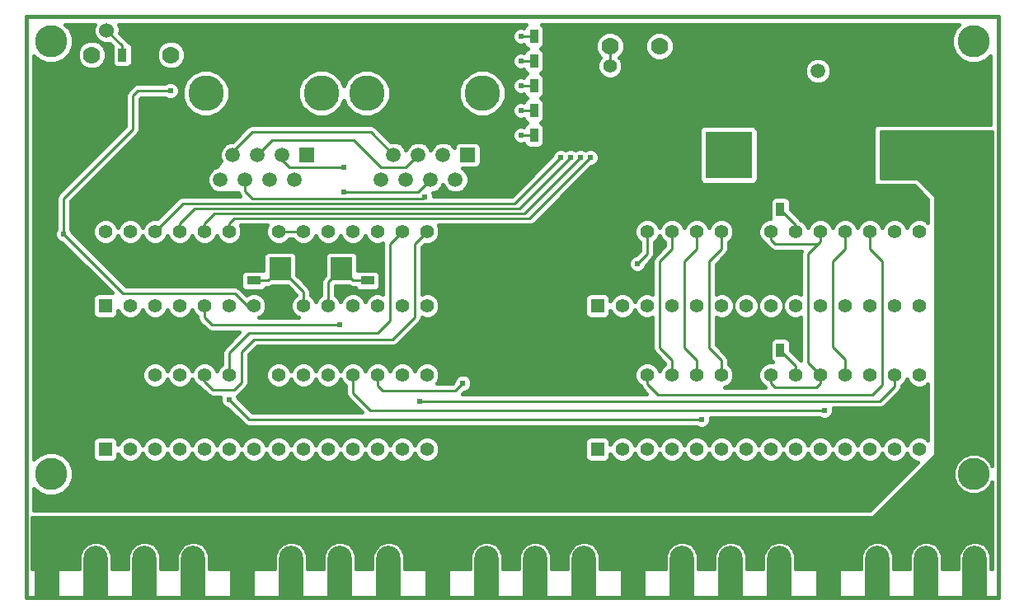
<source format=gbl>
G04 (created by PCBNEW-RS274X (2012-03-17 BZR 3466)-stable) date Mon 10 Dec 2012 10:26:00 PM EST*
G01*
G70*
G90*
%MOIN*%
G04 Gerber Fmt 3.4, Leading zero omitted, Abs format*
%FSLAX34Y34*%
G04 APERTURE LIST*
%ADD10C,0.006000*%
%ADD11C,0.015000*%
%ADD12C,0.059100*%
%ADD13C,0.060000*%
%ADD14C,0.070000*%
%ADD15C,0.055000*%
%ADD16R,0.055000X0.055000*%
%ADD17C,0.189000*%
%ADD18R,0.189000X0.189000*%
%ADD19C,0.143700*%
%ADD20R,0.059100X0.059100*%
%ADD21R,0.035000X0.055000*%
%ADD22R,0.086600X0.094500*%
%ADD23R,0.070000X0.070000*%
%ADD24R,0.055000X0.035000*%
%ADD25C,0.130000*%
%ADD26C,0.098400*%
%ADD27R,0.098400X0.160000*%
%ADD28C,0.024000*%
%ADD29C,0.010000*%
%ADD30C,0.050000*%
G04 APERTURE END LIST*
G54D10*
G54D11*
X00000Y-23500D02*
X39300Y-23500D01*
X00000Y00000D02*
X39300Y00000D01*
X00000Y-23500D02*
X00000Y00000D01*
X39300Y00000D02*
X39300Y-23500D01*
G54D12*
X32000Y-01200D03*
X32000Y-02200D03*
G54D13*
X03250Y-00550D03*
X05250Y-00550D03*
G54D14*
X02650Y-01550D03*
X05850Y-01550D03*
G54D15*
X04200Y-11700D03*
X05200Y-11700D03*
X06200Y-11700D03*
X07200Y-11700D03*
X08200Y-11700D03*
X09200Y-11700D03*
X10200Y-11700D03*
X11200Y-11700D03*
X12200Y-11700D03*
X13200Y-11700D03*
X14200Y-11700D03*
X15200Y-11700D03*
X16200Y-11700D03*
G54D16*
X03200Y-11700D03*
G54D15*
X16200Y-08700D03*
X15200Y-08700D03*
X14200Y-08700D03*
X13200Y-08700D03*
X12200Y-08700D03*
X11200Y-08700D03*
X10200Y-08700D03*
X09200Y-08700D03*
X08200Y-08700D03*
X07200Y-08700D03*
X06200Y-08700D03*
X05200Y-08700D03*
X04200Y-08700D03*
X03200Y-08700D03*
G54D17*
X28400Y-03200D03*
G54D18*
X28400Y-05600D03*
G54D17*
X26400Y-04100D03*
X35500Y-03200D03*
G54D18*
X35500Y-05600D03*
G54D17*
X33500Y-04100D03*
G54D19*
X13762Y-03100D03*
X18435Y-03100D03*
G54D20*
X17850Y-05600D03*
G54D12*
X17350Y-06600D03*
X16850Y-05600D03*
X16350Y-06600D03*
X15850Y-05600D03*
X15350Y-06600D03*
X14850Y-05600D03*
X14350Y-06600D03*
G54D19*
X07262Y-03100D03*
X11935Y-03100D03*
G54D20*
X11350Y-05600D03*
G54D12*
X10850Y-06600D03*
X10350Y-05600D03*
X09850Y-06600D03*
X09350Y-05600D03*
X08850Y-06600D03*
X08350Y-05600D03*
X07850Y-06600D03*
G54D21*
X20525Y-04800D03*
X21275Y-04800D03*
X20525Y-03800D03*
X21275Y-03800D03*
X20525Y-02800D03*
X21275Y-02800D03*
X20525Y-01800D03*
X21275Y-01800D03*
X30475Y-13500D03*
X29725Y-13500D03*
X30475Y-07800D03*
X29725Y-07800D03*
X20525Y-00799D03*
X21275Y-00799D03*
G54D22*
X10260Y-10200D03*
X12740Y-10200D03*
G54D14*
X25600Y-01200D03*
G54D23*
X24600Y-01200D03*
G54D14*
X23600Y-01200D03*
G54D24*
X13800Y-10675D03*
X13800Y-09925D03*
X09200Y-10675D03*
X09200Y-09925D03*
G54D21*
X03875Y-01550D03*
X04625Y-01550D03*
G54D15*
X34200Y-02000D03*
X36900Y-05000D03*
X23600Y-02000D03*
G54D25*
X38300Y-18500D03*
X01000Y-18500D03*
X38300Y-01000D03*
X01000Y-01000D03*
G54D15*
X24100Y-17500D03*
X25100Y-17500D03*
X26100Y-17500D03*
X27100Y-17500D03*
X28100Y-17500D03*
X29100Y-17500D03*
X30100Y-17500D03*
X31100Y-17500D03*
X32100Y-17500D03*
X33100Y-17500D03*
X34100Y-17500D03*
X35100Y-17500D03*
X36100Y-17500D03*
G54D16*
X23100Y-17500D03*
G54D15*
X36100Y-14500D03*
X35100Y-14500D03*
X34100Y-14500D03*
X33100Y-14500D03*
X32100Y-14500D03*
X31100Y-14500D03*
X30100Y-14500D03*
X29100Y-14500D03*
X28100Y-14500D03*
X27100Y-14500D03*
X26100Y-14500D03*
X25100Y-14500D03*
X24100Y-14500D03*
X23100Y-14500D03*
X24100Y-11700D03*
X25100Y-11700D03*
X26100Y-11700D03*
X27100Y-11700D03*
X28100Y-11700D03*
X29100Y-11700D03*
X30100Y-11700D03*
X31100Y-11700D03*
X32100Y-11700D03*
X33100Y-11700D03*
X34100Y-11700D03*
X35100Y-11700D03*
X36100Y-11700D03*
G54D16*
X23100Y-11700D03*
G54D15*
X36100Y-08700D03*
X35100Y-08700D03*
X34100Y-08700D03*
X33100Y-08700D03*
X32100Y-08700D03*
X31100Y-08700D03*
X30100Y-08700D03*
X29100Y-08700D03*
X28100Y-08700D03*
X27100Y-08700D03*
X26100Y-08700D03*
X25100Y-08700D03*
X24100Y-08700D03*
X23100Y-08700D03*
X04200Y-17500D03*
X05200Y-17500D03*
X06200Y-17500D03*
X07200Y-17500D03*
X08200Y-17500D03*
X09200Y-17500D03*
X10200Y-17500D03*
X11200Y-17500D03*
X12200Y-17500D03*
X13200Y-17500D03*
X14200Y-17500D03*
X15200Y-17500D03*
X16200Y-17500D03*
G54D16*
X03200Y-17500D03*
G54D15*
X16200Y-14500D03*
X15200Y-14500D03*
X14200Y-14500D03*
X13200Y-14500D03*
X12200Y-14500D03*
X11200Y-14500D03*
X10200Y-14500D03*
X09200Y-14500D03*
X08200Y-14500D03*
X07200Y-14500D03*
X06200Y-14500D03*
X05200Y-14500D03*
X04200Y-14500D03*
X03200Y-14500D03*
G54D26*
X38354Y-21900D03*
X34416Y-21900D03*
X32448Y-21900D03*
X36385Y-21900D03*
G54D27*
X32448Y-22700D03*
X34416Y-22700D03*
X36384Y-22700D03*
X38352Y-22700D03*
G54D26*
X30454Y-21900D03*
X26516Y-21900D03*
X24548Y-21900D03*
X28485Y-21900D03*
G54D27*
X24548Y-22700D03*
X26516Y-22700D03*
X28484Y-22700D03*
X30452Y-22700D03*
G54D26*
X22554Y-21900D03*
X18616Y-21900D03*
X16648Y-21900D03*
X20585Y-21900D03*
G54D27*
X16648Y-22700D03*
X18616Y-22700D03*
X20584Y-22700D03*
X22552Y-22700D03*
G54D26*
X14654Y-21900D03*
X10716Y-21900D03*
X08748Y-21900D03*
X12685Y-21900D03*
G54D27*
X08748Y-22700D03*
X10716Y-22700D03*
X12684Y-22700D03*
X14652Y-22700D03*
G54D26*
X06754Y-21900D03*
X02816Y-21900D03*
X00848Y-21900D03*
X04785Y-21900D03*
G54D27*
X00848Y-22700D03*
X02816Y-22700D03*
X04784Y-22700D03*
X06752Y-22700D03*
G54D28*
X08200Y-15500D03*
X27300Y-16300D03*
X22800Y-05700D03*
X22400Y-05700D03*
X22000Y-05700D03*
X21600Y-05700D03*
X32275Y-15925D03*
X12675Y-12475D03*
X12850Y-06100D03*
X12850Y-07100D03*
X16100Y-07300D03*
X17650Y-14825D03*
X24700Y-10000D03*
X15900Y-15550D03*
X05825Y-04500D03*
X04975Y-02300D03*
X20000Y-01800D03*
X20000Y-00800D03*
X20000Y-02800D03*
X20000Y-03800D03*
X20000Y-04800D03*
X01500Y-08800D03*
X05825Y-03000D03*
G54D29*
X28100Y-09400D02*
X27600Y-09900D01*
X15200Y-08700D02*
X14700Y-09200D01*
X09000Y-16300D02*
X08200Y-15500D01*
X09000Y-12800D02*
X08200Y-13600D01*
X28100Y-13900D02*
X28100Y-14500D01*
X14200Y-12800D02*
X09000Y-12800D01*
X08200Y-13600D02*
X08200Y-14500D01*
X09000Y-16300D02*
X27300Y-16300D01*
X27600Y-09900D02*
X27600Y-13400D01*
X27600Y-13400D02*
X28100Y-13900D01*
X28100Y-08700D02*
X28100Y-09400D01*
X14700Y-09200D02*
X14700Y-12300D01*
X14700Y-12300D02*
X14200Y-12800D01*
X08200Y-08350D02*
X08400Y-08150D01*
X08200Y-08350D02*
X08200Y-08700D01*
X20350Y-08150D02*
X08400Y-08150D01*
X22800Y-05700D02*
X20350Y-08150D01*
X20150Y-07950D02*
X07600Y-07950D01*
X22400Y-05700D02*
X20150Y-07950D01*
X07200Y-08700D02*
X07200Y-08350D01*
X07200Y-08350D02*
X07600Y-07950D01*
X06200Y-08700D02*
X06200Y-08350D01*
X22000Y-05700D02*
X19950Y-07750D01*
X06800Y-07750D02*
X19950Y-07750D01*
X06200Y-08350D02*
X06800Y-07750D01*
X19750Y-07550D02*
X21600Y-05700D01*
X19750Y-07550D02*
X06350Y-07550D01*
X06350Y-07550D02*
X05200Y-08700D01*
X07200Y-11700D02*
X07200Y-12175D01*
X07500Y-12475D02*
X12675Y-12475D01*
X13900Y-15925D02*
X32275Y-15925D01*
X33100Y-09400D02*
X32600Y-09900D01*
X33100Y-08700D02*
X33100Y-09400D01*
X07200Y-12175D02*
X07500Y-12475D01*
X13200Y-15225D02*
X13200Y-15225D01*
X32600Y-09900D02*
X32600Y-13350D01*
X32275Y-15925D02*
X32275Y-15925D01*
X32600Y-13350D02*
X33100Y-13850D01*
X13200Y-15225D02*
X13900Y-15925D01*
X33100Y-13850D02*
X33100Y-14500D01*
X13200Y-14500D02*
X13200Y-15225D01*
X31100Y-08425D02*
X31100Y-08700D01*
X30475Y-07800D02*
X31100Y-08425D01*
X30475Y-13500D02*
X31100Y-14125D01*
X31100Y-14125D02*
X31100Y-14500D01*
X03875Y-01175D02*
X03250Y-00550D01*
X03875Y-01550D02*
X03875Y-01175D01*
X10350Y-05800D02*
X10650Y-06100D01*
X10650Y-06100D02*
X12850Y-06100D01*
X10350Y-05600D02*
X10350Y-05800D01*
X12850Y-07100D02*
X14500Y-07100D01*
X14500Y-07100D02*
X15850Y-07100D01*
X15850Y-07100D02*
X16350Y-06600D01*
X15850Y-05600D02*
X15350Y-06100D01*
X09950Y-05000D02*
X13250Y-05000D01*
X15350Y-06100D02*
X14350Y-06100D01*
X14350Y-06100D02*
X13250Y-05000D01*
X09350Y-05600D02*
X09950Y-05000D01*
X09150Y-07350D02*
X14600Y-07350D01*
X16050Y-07350D02*
X14600Y-07350D01*
X08850Y-07050D02*
X08850Y-06600D01*
X16100Y-07300D02*
X16050Y-07350D01*
X08850Y-07050D02*
X09150Y-07350D01*
X08350Y-05450D02*
X09128Y-04672D01*
X09128Y-04672D02*
X13922Y-04672D01*
X13922Y-04672D02*
X14850Y-05600D01*
X08350Y-05600D02*
X08350Y-05450D01*
X26100Y-09400D02*
X26100Y-08700D01*
X26100Y-14500D02*
X26100Y-13900D01*
X26100Y-13900D02*
X25600Y-13400D01*
X25600Y-09900D02*
X26100Y-09400D01*
X25600Y-13400D02*
X25600Y-09900D01*
X24700Y-10000D02*
X25100Y-09600D01*
X24700Y-10000D02*
X25100Y-09600D01*
X25100Y-09600D02*
X25100Y-08700D01*
X25100Y-09600D02*
X25100Y-08700D01*
X14400Y-15125D02*
X17350Y-15125D01*
X14200Y-14500D02*
X14200Y-14925D01*
X14200Y-14925D02*
X14400Y-15125D01*
X17350Y-15125D02*
X17650Y-14825D01*
X34600Y-14900D02*
X34200Y-15300D01*
X25100Y-14850D02*
X25100Y-14500D01*
X34600Y-09900D02*
X34600Y-14900D01*
X34100Y-08700D02*
X34100Y-09400D01*
X34200Y-15300D02*
X25550Y-15300D01*
X34100Y-09400D02*
X34600Y-09900D01*
X25550Y-15300D02*
X25100Y-14850D01*
X35100Y-14500D02*
X35100Y-14950D01*
X16250Y-15550D02*
X15900Y-15550D01*
X34500Y-15550D02*
X16250Y-15550D01*
X35100Y-14950D02*
X34500Y-15550D01*
X27100Y-13900D02*
X27100Y-14500D01*
X07550Y-15100D02*
X08400Y-15100D01*
X08400Y-15100D02*
X08700Y-14800D01*
X07200Y-14750D02*
X07550Y-15100D01*
X15700Y-12150D02*
X15700Y-09200D01*
X27100Y-08700D02*
X27100Y-09400D01*
X09200Y-13050D02*
X14800Y-13050D01*
X07200Y-14500D02*
X07200Y-14750D01*
X27100Y-09400D02*
X26600Y-09900D01*
X26600Y-09900D02*
X26600Y-13400D01*
X15700Y-09200D02*
X16200Y-08700D01*
X08700Y-14800D02*
X08700Y-13550D01*
X08700Y-13550D02*
X09200Y-13050D01*
X14800Y-13050D02*
X15700Y-12150D01*
X26600Y-13400D02*
X27100Y-13900D01*
X09785Y-10675D02*
X10260Y-10200D01*
X11200Y-11140D02*
X10260Y-10200D01*
X11200Y-11700D02*
X11200Y-11140D01*
X09200Y-10675D02*
X09785Y-10675D01*
X13215Y-10675D02*
X12740Y-10200D01*
X13800Y-10675D02*
X13215Y-10675D01*
X12200Y-11700D02*
X12200Y-10740D01*
X12200Y-10740D02*
X12740Y-10200D01*
X29188Y-13150D02*
X29738Y-12600D01*
X21000Y-05500D02*
X21275Y-05225D01*
X09200Y-09925D02*
X09200Y-09450D01*
X13800Y-09925D02*
X13800Y-09650D01*
X10200Y-11700D02*
X10200Y-11550D01*
X23750Y-08300D02*
X23750Y-07700D01*
X13800Y-09650D02*
X13600Y-09450D01*
X31100Y-03800D02*
X31100Y-05250D01*
X10200Y-11550D02*
X09750Y-11100D01*
X29725Y-06625D02*
X29725Y-07800D01*
X04625Y-01550D02*
X04625Y-01175D01*
X18150Y-13650D02*
X23100Y-08700D01*
X19900Y-05500D02*
X21000Y-05500D01*
X08200Y-04200D02*
X18600Y-04200D01*
X30600Y-12250D02*
X30600Y-11100D01*
X26400Y-04100D02*
X27300Y-03200D01*
X29250Y-10250D02*
X29600Y-10250D01*
X29600Y-10100D02*
X29600Y-10250D01*
X29600Y-13375D02*
X29725Y-13500D01*
X29600Y-13000D02*
X29600Y-13375D01*
X33400Y-01200D02*
X32000Y-01200D01*
X28400Y-01200D02*
X28400Y-03200D01*
X29738Y-12600D02*
X30250Y-12600D01*
X29725Y-06625D02*
X31100Y-05250D01*
X29188Y-13150D02*
X29188Y-12938D01*
X09200Y-14500D02*
X09200Y-14225D01*
X23800Y-00400D02*
X24600Y-01200D01*
X29100Y-08700D02*
X29600Y-09200D01*
X29188Y-12938D02*
X28600Y-12350D01*
X21275Y-00799D02*
X21275Y-01800D01*
X24100Y-08650D02*
X23750Y-08300D01*
X21275Y-01800D02*
X21275Y-02800D01*
X24100Y-08700D02*
X23100Y-08700D01*
X24050Y-07400D02*
X27450Y-07400D01*
X05825Y-04500D02*
X07900Y-04500D01*
X28600Y-12350D02*
X28600Y-10900D01*
X04850Y-04500D02*
X05825Y-04500D01*
X23750Y-07700D02*
X24050Y-07400D01*
X23100Y-14500D02*
X24100Y-14500D01*
X04625Y-01175D02*
X05250Y-00550D01*
X09750Y-11100D02*
X08750Y-11100D01*
X03175Y-09925D02*
X01850Y-08600D01*
X24100Y-08700D02*
X24100Y-08650D01*
X09200Y-14225D02*
X09775Y-13650D01*
X21275Y-00799D02*
X21674Y-00400D01*
X08350Y-09925D02*
X03175Y-09925D01*
X29100Y-08425D02*
X29100Y-08700D01*
X01850Y-08600D02*
X01850Y-07500D01*
X21674Y-00400D02*
X23800Y-00400D01*
X01850Y-07500D02*
X04850Y-04500D01*
X09200Y-09925D02*
X08350Y-09925D01*
X09775Y-13650D02*
X18150Y-13650D01*
X13600Y-09450D02*
X09200Y-09450D01*
X21275Y-02800D02*
X21275Y-03800D01*
X32000Y-01200D02*
X31100Y-02100D01*
X31100Y-02100D02*
X31100Y-03800D01*
X18600Y-04200D02*
X19900Y-05500D01*
X08350Y-10700D02*
X08350Y-09925D01*
X23800Y-00400D02*
X27600Y-00400D01*
X07900Y-04500D02*
X08200Y-04200D01*
X35500Y-03200D02*
X34600Y-04100D01*
X04625Y-01550D02*
X04625Y-02275D01*
X21275Y-05225D02*
X21275Y-04800D01*
X09200Y-09450D02*
X09200Y-08700D01*
X21275Y-03800D02*
X21275Y-04800D01*
X28400Y-01200D02*
X32000Y-01200D01*
X29600Y-10600D02*
X29600Y-13000D01*
X30100Y-10600D02*
X29600Y-10600D01*
X30250Y-12600D02*
X30600Y-12250D01*
X34200Y-02000D02*
X33400Y-01200D01*
X03200Y-14500D02*
X04200Y-14500D01*
X27300Y-03200D02*
X28400Y-03200D01*
X08750Y-11100D02*
X08350Y-10700D01*
X29725Y-13500D02*
X29188Y-14037D01*
X35500Y-03200D02*
X34300Y-02000D01*
X29725Y-07800D02*
X29100Y-08425D01*
X27450Y-07400D02*
X27850Y-07800D01*
X04625Y-02275D02*
X04975Y-02300D01*
X34300Y-02000D02*
X34200Y-02000D01*
X30600Y-11100D02*
X30100Y-10600D01*
X29100Y-14125D02*
X29100Y-14500D01*
X27850Y-07800D02*
X29725Y-07800D01*
X29600Y-09200D02*
X29600Y-10100D01*
X29188Y-14037D02*
X29100Y-14125D01*
X28600Y-10900D02*
X29250Y-10250D01*
X29188Y-14037D02*
X29188Y-13150D01*
X34600Y-04100D02*
X33500Y-04100D01*
X27600Y-00400D02*
X28400Y-01200D01*
X29600Y-10250D02*
X29600Y-10600D01*
X20000Y-01800D02*
X20525Y-01800D01*
X20000Y-00800D02*
X20001Y-00799D01*
X20001Y-00799D02*
X20525Y-00799D01*
X20000Y-02800D02*
X20525Y-02800D01*
X20000Y-03800D02*
X20525Y-03800D01*
X20000Y-04800D02*
X20525Y-04800D01*
G54D30*
X16648Y-21900D02*
X16648Y-22700D01*
X24548Y-21900D02*
X24548Y-22700D01*
X35500Y-20800D02*
X33548Y-20800D01*
X33548Y-20800D02*
X32448Y-21900D01*
X37300Y-05600D02*
X38100Y-06400D01*
X38100Y-16200D02*
X37100Y-17200D01*
X37100Y-17200D02*
X37100Y-19200D01*
X38100Y-06400D02*
X38100Y-16200D01*
X33548Y-20800D02*
X25700Y-20800D01*
X35500Y-05600D02*
X37300Y-05600D01*
X09848Y-20800D02*
X08748Y-21900D01*
X36300Y-05600D02*
X35500Y-05600D01*
X36900Y-05000D02*
X36300Y-05600D01*
X09848Y-20800D02*
X01948Y-20800D01*
X01948Y-20800D02*
X00848Y-21900D01*
X32448Y-21900D02*
X32448Y-22700D01*
X17748Y-20800D02*
X16648Y-21900D01*
X08748Y-21900D02*
X08748Y-22700D01*
X00848Y-21900D02*
X00848Y-22700D01*
X17900Y-20800D02*
X09848Y-20800D01*
X25648Y-20800D02*
X24548Y-21900D01*
X37100Y-19200D02*
X35500Y-20800D01*
X25700Y-20800D02*
X17900Y-20800D01*
X25700Y-20800D02*
X25648Y-20800D01*
X17900Y-20800D02*
X17748Y-20800D01*
G54D29*
X10200Y-08700D02*
X11200Y-08700D01*
X31600Y-14000D02*
X32100Y-14500D01*
X31950Y-09250D02*
X31600Y-09600D01*
X32100Y-08700D02*
X32100Y-09100D01*
X32100Y-09100D02*
X31950Y-09250D01*
X31600Y-14000D02*
X31600Y-09600D01*
X32100Y-14825D02*
X32100Y-14500D01*
X31925Y-15000D02*
X32100Y-14825D01*
X08925Y-11700D02*
X08425Y-11200D01*
X23600Y-02000D02*
X23600Y-01200D01*
X09200Y-11700D02*
X08925Y-11700D01*
X30100Y-14500D02*
X30100Y-14825D01*
X04500Y-03000D02*
X05825Y-03000D01*
X03900Y-11200D02*
X01500Y-08800D01*
X08425Y-11200D02*
X03900Y-11200D01*
X01500Y-08800D02*
X01500Y-07350D01*
X30100Y-14825D02*
X30275Y-15000D01*
X30100Y-08700D02*
X30100Y-09025D01*
X30100Y-09025D02*
X30275Y-09200D01*
X32000Y-09200D02*
X31950Y-09200D01*
X31950Y-09200D02*
X31950Y-09250D01*
X04300Y-03600D02*
X04300Y-03200D01*
X01500Y-07350D02*
X04300Y-04550D01*
X04300Y-04550D02*
X04300Y-03600D01*
X04300Y-03200D02*
X04500Y-03000D01*
X30275Y-09200D02*
X32000Y-09200D01*
X30275Y-15000D02*
X31925Y-15000D01*
G54D10*
G36*
X31305Y-13912D02*
X30894Y-13501D01*
X30894Y-13177D01*
X30857Y-13087D01*
X30789Y-13019D01*
X30699Y-12981D01*
X30602Y-12981D01*
X30252Y-12981D01*
X30162Y-13018D01*
X30094Y-13086D01*
X30056Y-13176D01*
X30056Y-13273D01*
X30056Y-13823D01*
X30093Y-13913D01*
X30160Y-13980D01*
X29997Y-13980D01*
X29806Y-14059D01*
X29659Y-14205D01*
X29580Y-14396D01*
X29580Y-14603D01*
X29659Y-14794D01*
X29805Y-14941D01*
X29838Y-14954D01*
X29871Y-15005D01*
X28239Y-15005D01*
X28394Y-14941D01*
X28541Y-14795D01*
X28620Y-14604D01*
X28620Y-14397D01*
X28541Y-14206D01*
X28395Y-14059D01*
X28395Y-13900D01*
X28373Y-13787D01*
X28309Y-13691D01*
X27895Y-13277D01*
X27895Y-12178D01*
X27996Y-12220D01*
X28203Y-12220D01*
X28394Y-12141D01*
X28541Y-11995D01*
X28600Y-11851D01*
X28659Y-11994D01*
X28805Y-12141D01*
X28996Y-12220D01*
X29203Y-12220D01*
X29394Y-12141D01*
X29541Y-11995D01*
X29600Y-11851D01*
X29659Y-11994D01*
X29805Y-12141D01*
X29996Y-12220D01*
X30203Y-12220D01*
X30394Y-12141D01*
X30541Y-11995D01*
X30600Y-11851D01*
X30659Y-11994D01*
X30805Y-12141D01*
X30996Y-12220D01*
X31203Y-12220D01*
X31305Y-12177D01*
X31305Y-13912D01*
X31305Y-13912D01*
G37*
G54D11*
X31305Y-13912D02*
X30894Y-13501D01*
X30894Y-13177D01*
X30857Y-13087D01*
X30789Y-13019D01*
X30699Y-12981D01*
X30602Y-12981D01*
X30252Y-12981D01*
X30162Y-13018D01*
X30094Y-13086D01*
X30056Y-13176D01*
X30056Y-13273D01*
X30056Y-13823D01*
X30093Y-13913D01*
X30160Y-13980D01*
X29997Y-13980D01*
X29806Y-14059D01*
X29659Y-14205D01*
X29580Y-14396D01*
X29580Y-14603D01*
X29659Y-14794D01*
X29805Y-14941D01*
X29838Y-14954D01*
X29871Y-15005D01*
X28239Y-15005D01*
X28394Y-14941D01*
X28541Y-14795D01*
X28620Y-14604D01*
X28620Y-14397D01*
X28541Y-14206D01*
X28395Y-14059D01*
X28395Y-13900D01*
X28373Y-13787D01*
X28309Y-13691D01*
X27895Y-13277D01*
X27895Y-12178D01*
X27996Y-12220D01*
X28203Y-12220D01*
X28394Y-12141D01*
X28541Y-11995D01*
X28600Y-11851D01*
X28659Y-11994D01*
X28805Y-12141D01*
X28996Y-12220D01*
X29203Y-12220D01*
X29394Y-12141D01*
X29541Y-11995D01*
X29600Y-11851D01*
X29659Y-11994D01*
X29805Y-12141D01*
X29996Y-12220D01*
X30203Y-12220D01*
X30394Y-12141D01*
X30541Y-11995D01*
X30600Y-11851D01*
X30659Y-11994D01*
X30805Y-12141D01*
X30996Y-12220D01*
X31203Y-12220D01*
X31305Y-12177D01*
X31305Y-13912D01*
G54D10*
G36*
X38980Y-04355D02*
X34255Y-04355D01*
X34255Y-06845D01*
X35899Y-06845D01*
X36455Y-07401D01*
X36455Y-08319D01*
X36395Y-08259D01*
X36204Y-08180D01*
X35997Y-08180D01*
X35806Y-08259D01*
X35659Y-08405D01*
X35599Y-08548D01*
X35541Y-08406D01*
X35395Y-08259D01*
X35204Y-08180D01*
X34997Y-08180D01*
X34806Y-08259D01*
X34659Y-08405D01*
X34599Y-08548D01*
X34541Y-08406D01*
X34395Y-08259D01*
X34204Y-08180D01*
X33997Y-08180D01*
X33806Y-08259D01*
X33659Y-08405D01*
X33599Y-08548D01*
X33541Y-08406D01*
X33395Y-08259D01*
X33204Y-08180D01*
X32997Y-08180D01*
X32806Y-08259D01*
X32659Y-08405D01*
X32599Y-08548D01*
X32541Y-08406D01*
X32540Y-08404D01*
X32540Y-02308D01*
X32540Y-02093D01*
X32458Y-01894D01*
X32306Y-01743D01*
X32108Y-01660D01*
X31893Y-01660D01*
X31694Y-01742D01*
X31543Y-01894D01*
X31460Y-02092D01*
X31460Y-02307D01*
X31542Y-02506D01*
X31694Y-02657D01*
X31892Y-02740D01*
X32107Y-02740D01*
X32306Y-02658D01*
X32457Y-02506D01*
X32540Y-02308D01*
X32540Y-08404D01*
X32395Y-08259D01*
X32204Y-08180D01*
X31997Y-08180D01*
X31806Y-08259D01*
X31659Y-08405D01*
X31599Y-08548D01*
X31541Y-08406D01*
X31395Y-08259D01*
X31315Y-08226D01*
X31309Y-08216D01*
X31306Y-08214D01*
X30894Y-07801D01*
X30894Y-07477D01*
X30857Y-07387D01*
X30789Y-07319D01*
X30699Y-07281D01*
X30602Y-07281D01*
X30252Y-07281D01*
X30162Y-07318D01*
X30094Y-07386D01*
X30056Y-07476D01*
X30056Y-07573D01*
X30056Y-08123D01*
X30079Y-08180D01*
X29997Y-08180D01*
X29806Y-08259D01*
X29659Y-08405D01*
X29589Y-08574D01*
X29589Y-06594D01*
X29589Y-06497D01*
X29589Y-04607D01*
X29552Y-04517D01*
X29484Y-04449D01*
X29394Y-04411D01*
X29297Y-04411D01*
X27407Y-04411D01*
X27317Y-04448D01*
X27249Y-04516D01*
X27211Y-04606D01*
X27211Y-04703D01*
X27211Y-06593D01*
X27248Y-06683D01*
X27316Y-06751D01*
X27406Y-06789D01*
X27503Y-06789D01*
X29393Y-06789D01*
X29483Y-06752D01*
X29551Y-06684D01*
X29589Y-06594D01*
X29589Y-08574D01*
X29580Y-08596D01*
X29580Y-08803D01*
X29659Y-08994D01*
X29805Y-09141D01*
X29838Y-09154D01*
X29891Y-09234D01*
X30064Y-09406D01*
X30066Y-09409D01*
X30162Y-09473D01*
X30275Y-09495D01*
X31325Y-09495D01*
X31304Y-09600D01*
X31305Y-09604D01*
X31305Y-11221D01*
X31204Y-11180D01*
X30997Y-11180D01*
X30806Y-11259D01*
X30659Y-11405D01*
X30599Y-11548D01*
X30541Y-11406D01*
X30395Y-11259D01*
X30204Y-11180D01*
X29997Y-11180D01*
X29806Y-11259D01*
X29659Y-11405D01*
X29599Y-11548D01*
X29541Y-11406D01*
X29395Y-11259D01*
X29204Y-11180D01*
X28997Y-11180D01*
X28806Y-11259D01*
X28659Y-11405D01*
X28599Y-11548D01*
X28541Y-11406D01*
X28395Y-11259D01*
X28204Y-11180D01*
X27997Y-11180D01*
X27895Y-11222D01*
X27895Y-10023D01*
X28309Y-09609D01*
X28373Y-09513D01*
X28395Y-09400D01*
X28395Y-09140D01*
X28541Y-08995D01*
X28620Y-08804D01*
X28620Y-08597D01*
X28541Y-08406D01*
X28395Y-08259D01*
X28204Y-08180D01*
X27997Y-08180D01*
X27806Y-08259D01*
X27659Y-08405D01*
X27599Y-08548D01*
X27541Y-08406D01*
X27395Y-08259D01*
X27204Y-08180D01*
X26997Y-08180D01*
X26806Y-08259D01*
X26659Y-08405D01*
X26599Y-08548D01*
X26541Y-08406D01*
X26395Y-08259D01*
X26204Y-08180D01*
X26194Y-08180D01*
X26194Y-01318D01*
X26194Y-01082D01*
X26104Y-00864D01*
X25937Y-00697D01*
X25718Y-00606D01*
X25482Y-00606D01*
X25264Y-00696D01*
X25097Y-00863D01*
X25006Y-01082D01*
X25006Y-01318D01*
X25096Y-01536D01*
X25263Y-01703D01*
X25482Y-01794D01*
X25718Y-01794D01*
X25936Y-01704D01*
X26103Y-01537D01*
X26194Y-01318D01*
X26194Y-08180D01*
X25997Y-08180D01*
X25806Y-08259D01*
X25659Y-08405D01*
X25599Y-08548D01*
X25541Y-08406D01*
X25395Y-08259D01*
X25204Y-08180D01*
X24997Y-08180D01*
X24806Y-08259D01*
X24659Y-08405D01*
X24580Y-08596D01*
X24580Y-08803D01*
X24659Y-08994D01*
X24805Y-09141D01*
X24805Y-09477D01*
X24647Y-09635D01*
X24628Y-09635D01*
X24494Y-09690D01*
X24391Y-09793D01*
X24335Y-09927D01*
X24335Y-10072D01*
X24390Y-10206D01*
X24493Y-10309D01*
X24627Y-10365D01*
X24772Y-10365D01*
X24906Y-10310D01*
X25009Y-10207D01*
X25065Y-10073D01*
X25065Y-10052D01*
X25306Y-09810D01*
X25308Y-09809D01*
X25309Y-09809D01*
X25372Y-09714D01*
X25373Y-09713D01*
X25395Y-09600D01*
X25395Y-09140D01*
X25541Y-08995D01*
X25600Y-08851D01*
X25659Y-08994D01*
X25805Y-09141D01*
X25805Y-09277D01*
X25391Y-09691D01*
X25327Y-09787D01*
X25304Y-09900D01*
X25305Y-09904D01*
X25305Y-11221D01*
X25204Y-11180D01*
X24997Y-11180D01*
X24806Y-11259D01*
X24659Y-11405D01*
X24599Y-11548D01*
X24541Y-11406D01*
X24395Y-11259D01*
X24204Y-11180D01*
X24194Y-11180D01*
X24194Y-01318D01*
X24194Y-01082D01*
X24104Y-00864D01*
X23937Y-00697D01*
X23718Y-00606D01*
X23482Y-00606D01*
X23264Y-00696D01*
X23097Y-00863D01*
X23006Y-01082D01*
X23006Y-01318D01*
X23096Y-01536D01*
X23212Y-01652D01*
X23159Y-01705D01*
X23080Y-01896D01*
X23080Y-02103D01*
X23159Y-02294D01*
X23305Y-02441D01*
X23496Y-02520D01*
X23703Y-02520D01*
X23894Y-02441D01*
X24041Y-02295D01*
X24120Y-02104D01*
X24120Y-01897D01*
X24041Y-01706D01*
X23987Y-01652D01*
X24103Y-01537D01*
X24194Y-01318D01*
X24194Y-11180D01*
X23997Y-11180D01*
X23806Y-11259D01*
X23659Y-11405D01*
X23619Y-11501D01*
X23619Y-11377D01*
X23582Y-11287D01*
X23514Y-11219D01*
X23424Y-11181D01*
X23327Y-11181D01*
X22777Y-11181D01*
X22687Y-11218D01*
X22619Y-11286D01*
X22581Y-11376D01*
X22581Y-11473D01*
X22581Y-12023D01*
X22618Y-12113D01*
X22686Y-12181D01*
X22776Y-12219D01*
X22873Y-12219D01*
X23423Y-12219D01*
X23513Y-12182D01*
X23581Y-12114D01*
X23619Y-12024D01*
X23619Y-11927D01*
X23619Y-11897D01*
X23659Y-11994D01*
X23805Y-12141D01*
X23996Y-12220D01*
X24203Y-12220D01*
X24394Y-12141D01*
X24541Y-11995D01*
X24600Y-11851D01*
X24659Y-11994D01*
X24805Y-12141D01*
X24996Y-12220D01*
X25203Y-12220D01*
X25305Y-12177D01*
X25305Y-13395D01*
X25304Y-13400D01*
X25327Y-13513D01*
X25391Y-13609D01*
X25805Y-14023D01*
X25805Y-14059D01*
X25659Y-14205D01*
X25599Y-14348D01*
X25541Y-14206D01*
X25395Y-14059D01*
X25204Y-13980D01*
X24997Y-13980D01*
X24806Y-14059D01*
X24659Y-14205D01*
X24580Y-14396D01*
X24580Y-14603D01*
X24659Y-14794D01*
X24805Y-14941D01*
X24824Y-14948D01*
X24827Y-14963D01*
X24891Y-15059D01*
X25087Y-15255D01*
X17637Y-15255D01*
X17702Y-15190D01*
X17722Y-15190D01*
X17856Y-15135D01*
X17959Y-15032D01*
X18015Y-14898D01*
X18015Y-14753D01*
X17960Y-14619D01*
X17857Y-14516D01*
X17723Y-14460D01*
X17578Y-14460D01*
X17444Y-14515D01*
X17341Y-14618D01*
X17285Y-14752D01*
X17285Y-14772D01*
X17227Y-14830D01*
X16605Y-14830D01*
X16641Y-14795D01*
X16720Y-14604D01*
X16720Y-14397D01*
X16641Y-14206D01*
X16495Y-14059D01*
X16304Y-13980D01*
X16097Y-13980D01*
X15906Y-14059D01*
X15759Y-14205D01*
X15699Y-14348D01*
X15641Y-14206D01*
X15495Y-14059D01*
X15304Y-13980D01*
X15097Y-13980D01*
X14906Y-14059D01*
X14759Y-14205D01*
X14699Y-14348D01*
X14641Y-14206D01*
X14495Y-14059D01*
X14304Y-13980D01*
X14097Y-13980D01*
X13906Y-14059D01*
X13759Y-14205D01*
X13699Y-14348D01*
X13641Y-14206D01*
X13495Y-14059D01*
X13304Y-13980D01*
X13097Y-13980D01*
X12906Y-14059D01*
X12759Y-14205D01*
X12699Y-14348D01*
X12641Y-14206D01*
X12495Y-14059D01*
X12304Y-13980D01*
X12097Y-13980D01*
X11906Y-14059D01*
X11759Y-14205D01*
X11699Y-14348D01*
X11641Y-14206D01*
X11495Y-14059D01*
X11304Y-13980D01*
X11097Y-13980D01*
X11027Y-14008D01*
X10906Y-14059D01*
X10759Y-14205D01*
X10699Y-14348D01*
X10641Y-14206D01*
X10495Y-14059D01*
X10304Y-13980D01*
X10097Y-13980D01*
X09906Y-14059D01*
X09759Y-14205D01*
X09680Y-14396D01*
X09680Y-14603D01*
X09759Y-14794D01*
X09905Y-14941D01*
X10096Y-15020D01*
X10303Y-15020D01*
X10494Y-14941D01*
X10641Y-14795D01*
X10700Y-14651D01*
X10759Y-14794D01*
X10905Y-14941D01*
X11027Y-14991D01*
X11096Y-15020D01*
X11303Y-15020D01*
X11494Y-14941D01*
X11641Y-14795D01*
X11700Y-14651D01*
X11759Y-14794D01*
X11905Y-14941D01*
X12096Y-15020D01*
X12303Y-15020D01*
X12494Y-14941D01*
X12641Y-14795D01*
X12700Y-14651D01*
X12759Y-14794D01*
X12905Y-14941D01*
X12905Y-15220D01*
X12904Y-15225D01*
X12927Y-15338D01*
X12991Y-15434D01*
X13562Y-16005D01*
X11027Y-16005D01*
X09122Y-16005D01*
X08565Y-15447D01*
X08565Y-15428D01*
X08536Y-15357D01*
X08609Y-15309D01*
X08906Y-15010D01*
X08908Y-15009D01*
X08909Y-15009D01*
X08973Y-14913D01*
X08995Y-14800D01*
X08995Y-13673D01*
X09323Y-13345D01*
X11027Y-13345D01*
X14795Y-13345D01*
X14800Y-13346D01*
X14800Y-13345D01*
X14913Y-13323D01*
X15009Y-13259D01*
X15906Y-12360D01*
X15908Y-12359D01*
X15909Y-12359D01*
X15972Y-12264D01*
X15973Y-12263D01*
X15989Y-12176D01*
X16096Y-12220D01*
X16303Y-12220D01*
X16494Y-12141D01*
X16641Y-11995D01*
X16720Y-11804D01*
X16720Y-11597D01*
X16641Y-11406D01*
X16495Y-11259D01*
X16304Y-11180D01*
X16097Y-11180D01*
X15995Y-11222D01*
X15995Y-09323D01*
X16098Y-09220D01*
X16303Y-09220D01*
X16494Y-09141D01*
X16641Y-08995D01*
X16720Y-08804D01*
X16720Y-08597D01*
X16657Y-08445D01*
X20345Y-08445D01*
X20350Y-08446D01*
X20350Y-08445D01*
X20463Y-08423D01*
X20559Y-08359D01*
X22852Y-06065D01*
X22872Y-06065D01*
X23006Y-06010D01*
X23109Y-05907D01*
X23165Y-05773D01*
X23165Y-05628D01*
X23110Y-05494D01*
X23007Y-05391D01*
X22873Y-05335D01*
X22728Y-05335D01*
X22599Y-05387D01*
X22473Y-05335D01*
X22328Y-05335D01*
X22199Y-05387D01*
X22073Y-05335D01*
X21928Y-05335D01*
X21799Y-05387D01*
X21673Y-05335D01*
X21528Y-05335D01*
X21394Y-05390D01*
X21291Y-05493D01*
X21235Y-05627D01*
X21235Y-05647D01*
X19627Y-07255D01*
X19397Y-07255D01*
X19397Y-03292D01*
X19397Y-02909D01*
X19251Y-02555D01*
X18980Y-02285D01*
X18627Y-02138D01*
X18244Y-02138D01*
X17890Y-02284D01*
X17620Y-02555D01*
X17473Y-02908D01*
X17473Y-03291D01*
X17619Y-03645D01*
X17890Y-03915D01*
X18243Y-04062D01*
X18626Y-04062D01*
X18980Y-03916D01*
X19250Y-03645D01*
X19397Y-03292D01*
X19397Y-07255D01*
X16465Y-07255D01*
X16465Y-07228D01*
X16428Y-07140D01*
X16457Y-07140D01*
X16656Y-07058D01*
X16807Y-06906D01*
X16849Y-06803D01*
X16892Y-06906D01*
X17044Y-07057D01*
X17242Y-07140D01*
X17457Y-07140D01*
X17656Y-07058D01*
X17807Y-06906D01*
X17890Y-06708D01*
X17890Y-06493D01*
X17808Y-06294D01*
X17656Y-06143D01*
X17646Y-06139D01*
X18193Y-06139D01*
X18283Y-06102D01*
X18351Y-06034D01*
X18389Y-05944D01*
X18389Y-05847D01*
X18389Y-05257D01*
X18352Y-05167D01*
X18284Y-05099D01*
X18194Y-05061D01*
X18097Y-05061D01*
X17507Y-05061D01*
X17417Y-05098D01*
X17349Y-05166D01*
X17311Y-05256D01*
X17311Y-05301D01*
X17308Y-05294D01*
X17156Y-05143D01*
X16958Y-05060D01*
X16743Y-05060D01*
X16544Y-05142D01*
X16393Y-05294D01*
X16350Y-05396D01*
X16308Y-05294D01*
X16156Y-05143D01*
X15958Y-05060D01*
X15743Y-05060D01*
X15544Y-05142D01*
X15393Y-05294D01*
X15350Y-05396D01*
X15308Y-05294D01*
X15156Y-05143D01*
X14958Y-05060D01*
X14743Y-05060D01*
X14731Y-05064D01*
X14724Y-05056D01*
X14724Y-03292D01*
X14724Y-02909D01*
X14578Y-02555D01*
X14307Y-02285D01*
X13954Y-02138D01*
X13571Y-02138D01*
X13217Y-02284D01*
X12947Y-02555D01*
X12848Y-02791D01*
X12751Y-02555D01*
X12480Y-02285D01*
X12127Y-02138D01*
X11744Y-02138D01*
X11390Y-02284D01*
X11120Y-02555D01*
X10973Y-02908D01*
X10973Y-03291D01*
X11119Y-03645D01*
X11390Y-03915D01*
X11743Y-04062D01*
X12126Y-04062D01*
X12480Y-03916D01*
X12750Y-03645D01*
X12848Y-03408D01*
X12946Y-03645D01*
X13217Y-03915D01*
X13570Y-04062D01*
X13953Y-04062D01*
X14307Y-03916D01*
X14577Y-03645D01*
X14724Y-03292D01*
X14724Y-05056D01*
X14131Y-04463D01*
X14035Y-04399D01*
X13922Y-04376D01*
X13917Y-04377D01*
X09128Y-04377D01*
X09015Y-04399D01*
X08919Y-04463D01*
X08917Y-04465D01*
X08322Y-05060D01*
X08243Y-05060D01*
X08224Y-05067D01*
X08224Y-03292D01*
X08224Y-02909D01*
X08078Y-02555D01*
X07807Y-02285D01*
X07454Y-02138D01*
X07071Y-02138D01*
X06717Y-02284D01*
X06447Y-02555D01*
X06444Y-02562D01*
X06444Y-01668D01*
X06444Y-01432D01*
X06354Y-01214D01*
X06187Y-01047D01*
X05968Y-00956D01*
X05732Y-00956D01*
X05514Y-01046D01*
X05347Y-01213D01*
X05256Y-01432D01*
X05256Y-01668D01*
X05346Y-01886D01*
X05513Y-02053D01*
X05732Y-02144D01*
X05968Y-02144D01*
X06186Y-02054D01*
X06353Y-01887D01*
X06444Y-01668D01*
X06444Y-02562D01*
X06300Y-02908D01*
X06300Y-03291D01*
X06446Y-03645D01*
X06717Y-03915D01*
X07070Y-04062D01*
X07453Y-04062D01*
X07807Y-03916D01*
X08077Y-03645D01*
X08224Y-03292D01*
X08224Y-05067D01*
X08044Y-05142D01*
X07893Y-05294D01*
X07810Y-05492D01*
X07810Y-05707D01*
X07865Y-05841D01*
X07710Y-06073D01*
X07544Y-06142D01*
X07393Y-06294D01*
X07310Y-06492D01*
X07310Y-06707D01*
X07392Y-06906D01*
X07544Y-07057D01*
X07742Y-07140D01*
X07957Y-07140D01*
X07993Y-07125D01*
X08569Y-07125D01*
X08577Y-07163D01*
X08638Y-07255D01*
X06350Y-07255D01*
X06237Y-07277D01*
X06141Y-07341D01*
X06139Y-07343D01*
X05302Y-08180D01*
X05097Y-08180D01*
X04906Y-08259D01*
X04759Y-08405D01*
X04699Y-08548D01*
X04641Y-08406D01*
X04495Y-08259D01*
X04304Y-08180D01*
X04097Y-08180D01*
X03906Y-08259D01*
X03759Y-08405D01*
X03699Y-08548D01*
X03641Y-08406D01*
X03495Y-08259D01*
X03304Y-08180D01*
X03097Y-08180D01*
X02906Y-08259D01*
X02759Y-08405D01*
X02680Y-08596D01*
X02680Y-08803D01*
X02759Y-08994D01*
X02905Y-09141D01*
X03096Y-09220D01*
X03303Y-09220D01*
X03494Y-09141D01*
X03641Y-08995D01*
X03700Y-08851D01*
X03759Y-08994D01*
X03905Y-09141D01*
X04096Y-09220D01*
X04303Y-09220D01*
X04494Y-09141D01*
X04641Y-08995D01*
X04700Y-08851D01*
X04759Y-08994D01*
X04905Y-09141D01*
X05096Y-09220D01*
X05303Y-09220D01*
X05494Y-09141D01*
X05641Y-08995D01*
X05700Y-08851D01*
X05759Y-08994D01*
X05905Y-09141D01*
X06096Y-09220D01*
X06303Y-09220D01*
X06494Y-09141D01*
X06641Y-08995D01*
X06700Y-08851D01*
X06759Y-08994D01*
X06905Y-09141D01*
X07096Y-09220D01*
X07303Y-09220D01*
X07494Y-09141D01*
X07641Y-08995D01*
X07700Y-08851D01*
X07759Y-08994D01*
X07905Y-09141D01*
X08096Y-09220D01*
X08303Y-09220D01*
X08494Y-09141D01*
X08641Y-08995D01*
X08720Y-08804D01*
X08720Y-08597D01*
X08657Y-08445D01*
X09742Y-08445D01*
X09680Y-08596D01*
X09680Y-08803D01*
X09759Y-08994D01*
X09905Y-09141D01*
X10096Y-09220D01*
X10303Y-09220D01*
X10494Y-09141D01*
X10641Y-08995D01*
X10759Y-08995D01*
X10905Y-09141D01*
X11027Y-09191D01*
X11096Y-09220D01*
X11303Y-09220D01*
X11494Y-09141D01*
X11641Y-08995D01*
X11700Y-08851D01*
X11759Y-08994D01*
X11905Y-09141D01*
X12096Y-09220D01*
X12303Y-09220D01*
X12494Y-09141D01*
X12641Y-08995D01*
X12700Y-08851D01*
X12759Y-08994D01*
X12905Y-09141D01*
X13096Y-09220D01*
X13303Y-09220D01*
X13494Y-09141D01*
X13641Y-08995D01*
X13700Y-08851D01*
X13759Y-08994D01*
X13905Y-09141D01*
X14096Y-09220D01*
X14303Y-09220D01*
X14408Y-09176D01*
X14404Y-09200D01*
X14405Y-09204D01*
X14405Y-11221D01*
X14304Y-11180D01*
X14097Y-11180D01*
X13906Y-11259D01*
X13759Y-11405D01*
X13699Y-11548D01*
X13641Y-11406D01*
X13495Y-11259D01*
X13304Y-11180D01*
X13097Y-11180D01*
X12906Y-11259D01*
X12759Y-11405D01*
X12699Y-11548D01*
X12641Y-11406D01*
X12495Y-11259D01*
X12495Y-10916D01*
X13054Y-10916D01*
X13101Y-10947D01*
X13102Y-10948D01*
X13192Y-10965D01*
X13214Y-10970D01*
X13214Y-10969D01*
X13215Y-10970D01*
X13310Y-10970D01*
X13318Y-10988D01*
X13386Y-11056D01*
X13476Y-11094D01*
X13573Y-11094D01*
X14123Y-11094D01*
X14213Y-11057D01*
X14281Y-10989D01*
X14319Y-10899D01*
X14319Y-10802D01*
X14319Y-10452D01*
X14282Y-10362D01*
X14214Y-10294D01*
X14124Y-10256D01*
X14027Y-10256D01*
X13477Y-10256D01*
X13417Y-10280D01*
X13417Y-09680D01*
X13380Y-09590D01*
X13312Y-09522D01*
X13222Y-09484D01*
X13125Y-09484D01*
X12259Y-09484D01*
X12169Y-09521D01*
X12101Y-09589D01*
X12063Y-09679D01*
X12063Y-09776D01*
X12063Y-10459D01*
X11991Y-10531D01*
X11927Y-10627D01*
X11904Y-10740D01*
X11905Y-10744D01*
X11905Y-11259D01*
X11759Y-11405D01*
X11699Y-11548D01*
X11641Y-11406D01*
X11495Y-11259D01*
X11495Y-11140D01*
X11473Y-11027D01*
X11409Y-10931D01*
X11406Y-10929D01*
X11027Y-10549D01*
X10937Y-10459D01*
X10937Y-09680D01*
X10900Y-09590D01*
X10832Y-09522D01*
X10742Y-09484D01*
X10645Y-09484D01*
X09779Y-09484D01*
X09689Y-09521D01*
X09621Y-09589D01*
X09583Y-09679D01*
X09583Y-09776D01*
X09583Y-10280D01*
X09524Y-10256D01*
X09427Y-10256D01*
X08877Y-10256D01*
X08787Y-10293D01*
X08719Y-10361D01*
X08681Y-10451D01*
X08681Y-10548D01*
X08681Y-10898D01*
X08718Y-10988D01*
X08786Y-11056D01*
X08876Y-11094D01*
X08973Y-11094D01*
X09523Y-11094D01*
X09613Y-11057D01*
X09681Y-10989D01*
X09689Y-10970D01*
X09780Y-10970D01*
X09785Y-10971D01*
X09785Y-10970D01*
X09898Y-10948D01*
X09946Y-10916D01*
X10558Y-10916D01*
X10903Y-11261D01*
X10759Y-11405D01*
X10680Y-11596D01*
X10680Y-11803D01*
X10759Y-11994D01*
X10905Y-12141D01*
X10999Y-12180D01*
X09399Y-12180D01*
X09494Y-12141D01*
X09641Y-11995D01*
X09720Y-11804D01*
X09720Y-11597D01*
X09641Y-11406D01*
X09495Y-11259D01*
X09304Y-11180D01*
X09097Y-11180D01*
X08906Y-11259D01*
X08903Y-11260D01*
X08634Y-10991D01*
X08538Y-10927D01*
X08425Y-10904D01*
X08420Y-10905D01*
X04023Y-10905D01*
X01865Y-08747D01*
X01865Y-08728D01*
X01810Y-08594D01*
X01795Y-08579D01*
X01795Y-07472D01*
X04506Y-04760D01*
X04508Y-04759D01*
X04509Y-04759D01*
X04572Y-04664D01*
X04573Y-04663D01*
X04590Y-04573D01*
X04595Y-04551D01*
X04594Y-04550D01*
X04595Y-04550D01*
X04595Y-03600D01*
X04595Y-03322D01*
X04622Y-03295D01*
X05604Y-03295D01*
X05618Y-03309D01*
X05752Y-03365D01*
X05897Y-03365D01*
X06031Y-03310D01*
X06134Y-03207D01*
X06190Y-03073D01*
X06190Y-02928D01*
X06135Y-02794D01*
X06032Y-02691D01*
X05898Y-02635D01*
X05753Y-02635D01*
X05619Y-02690D01*
X05604Y-02705D01*
X04500Y-02705D01*
X04499Y-02705D01*
X04477Y-02709D01*
X04387Y-02727D01*
X04291Y-02791D01*
X04289Y-02793D01*
X04091Y-02991D01*
X04027Y-03087D01*
X04004Y-03200D01*
X04005Y-03204D01*
X04005Y-03600D01*
X04005Y-04427D01*
X03244Y-05188D01*
X03244Y-01668D01*
X03244Y-01432D01*
X03154Y-01214D01*
X02987Y-01047D01*
X02768Y-00956D01*
X02532Y-00956D01*
X02314Y-01046D01*
X02147Y-01213D01*
X02056Y-01432D01*
X02056Y-01668D01*
X02146Y-01886D01*
X02313Y-02053D01*
X02532Y-02144D01*
X02768Y-02144D01*
X02986Y-02054D01*
X03153Y-01887D01*
X03244Y-01668D01*
X03244Y-05188D01*
X01291Y-07141D01*
X01227Y-07237D01*
X01204Y-07350D01*
X01205Y-07354D01*
X01205Y-08579D01*
X01191Y-08593D01*
X01135Y-08727D01*
X01135Y-08872D01*
X01190Y-09006D01*
X01293Y-09109D01*
X01427Y-09165D01*
X01447Y-09165D01*
X03463Y-11181D01*
X03427Y-11181D01*
X02877Y-11181D01*
X02787Y-11218D01*
X02719Y-11286D01*
X02681Y-11376D01*
X02681Y-11473D01*
X02681Y-12023D01*
X02718Y-12113D01*
X02786Y-12181D01*
X02876Y-12219D01*
X02973Y-12219D01*
X03523Y-12219D01*
X03613Y-12182D01*
X03681Y-12114D01*
X03719Y-12024D01*
X03719Y-11927D01*
X03719Y-11897D01*
X03759Y-11994D01*
X03905Y-12141D01*
X04096Y-12220D01*
X04303Y-12220D01*
X04494Y-12141D01*
X04641Y-11995D01*
X04700Y-11851D01*
X04759Y-11994D01*
X04905Y-12141D01*
X05096Y-12220D01*
X05303Y-12220D01*
X05494Y-12141D01*
X05641Y-11995D01*
X05700Y-11851D01*
X05759Y-11994D01*
X05905Y-12141D01*
X06096Y-12220D01*
X06303Y-12220D01*
X06494Y-12141D01*
X06641Y-11995D01*
X06700Y-11851D01*
X06759Y-11994D01*
X06905Y-12141D01*
X06905Y-12170D01*
X06904Y-12175D01*
X06927Y-12288D01*
X06991Y-12384D01*
X07289Y-12681D01*
X07291Y-12684D01*
X07387Y-12748D01*
X07500Y-12770D01*
X08612Y-12770D01*
X07991Y-13391D01*
X07927Y-13487D01*
X07904Y-13600D01*
X07905Y-13604D01*
X07905Y-14059D01*
X07759Y-14205D01*
X07699Y-14348D01*
X07641Y-14206D01*
X07495Y-14059D01*
X07304Y-13980D01*
X07097Y-13980D01*
X06906Y-14059D01*
X06759Y-14205D01*
X06699Y-14348D01*
X06641Y-14206D01*
X06495Y-14059D01*
X06304Y-13980D01*
X06097Y-13980D01*
X05906Y-14059D01*
X05759Y-14205D01*
X05699Y-14348D01*
X05641Y-14206D01*
X05495Y-14059D01*
X05304Y-13980D01*
X05097Y-13980D01*
X04906Y-14059D01*
X04759Y-14205D01*
X04680Y-14396D01*
X04680Y-14603D01*
X04759Y-14794D01*
X04905Y-14941D01*
X05096Y-15020D01*
X05303Y-15020D01*
X05494Y-14941D01*
X05641Y-14795D01*
X05700Y-14651D01*
X05759Y-14794D01*
X05905Y-14941D01*
X06096Y-15020D01*
X06303Y-15020D01*
X06494Y-14941D01*
X06641Y-14795D01*
X06700Y-14651D01*
X06759Y-14794D01*
X06905Y-14941D01*
X07021Y-14989D01*
X07339Y-15306D01*
X07341Y-15309D01*
X07436Y-15372D01*
X07437Y-15373D01*
X07527Y-15390D01*
X07549Y-15395D01*
X07549Y-15394D01*
X07550Y-15395D01*
X07848Y-15395D01*
X07835Y-15427D01*
X07835Y-15572D01*
X07890Y-15706D01*
X07993Y-15809D01*
X08127Y-15865D01*
X08147Y-15865D01*
X08789Y-16506D01*
X08791Y-16509D01*
X08887Y-16573D01*
X09000Y-16595D01*
X11027Y-16595D01*
X27079Y-16595D01*
X27093Y-16609D01*
X27227Y-16665D01*
X27372Y-16665D01*
X27506Y-16610D01*
X27609Y-16507D01*
X27665Y-16373D01*
X27665Y-16228D01*
X27661Y-16220D01*
X32054Y-16220D01*
X32068Y-16234D01*
X32202Y-16290D01*
X32347Y-16290D01*
X32481Y-16235D01*
X32584Y-16132D01*
X32640Y-15998D01*
X32640Y-15853D01*
X32636Y-15845D01*
X34495Y-15845D01*
X34500Y-15846D01*
X34500Y-15845D01*
X34613Y-15823D01*
X34709Y-15759D01*
X35306Y-15160D01*
X35308Y-15159D01*
X35309Y-15159D01*
X35347Y-15102D01*
X35373Y-15064D01*
X35373Y-15063D01*
X35395Y-14950D01*
X35395Y-14940D01*
X35541Y-14795D01*
X35600Y-14651D01*
X35659Y-14794D01*
X35805Y-14941D01*
X35996Y-15020D01*
X36203Y-15020D01*
X36394Y-14941D01*
X36455Y-14880D01*
X36455Y-17119D01*
X36395Y-17059D01*
X36204Y-16980D01*
X35997Y-16980D01*
X35806Y-17059D01*
X35659Y-17205D01*
X35599Y-17348D01*
X35541Y-17206D01*
X35395Y-17059D01*
X35204Y-16980D01*
X34997Y-16980D01*
X34806Y-17059D01*
X34659Y-17205D01*
X34599Y-17348D01*
X34541Y-17206D01*
X34395Y-17059D01*
X34204Y-16980D01*
X33997Y-16980D01*
X33806Y-17059D01*
X33659Y-17205D01*
X33599Y-17348D01*
X33541Y-17206D01*
X33395Y-17059D01*
X33204Y-16980D01*
X32997Y-16980D01*
X32806Y-17059D01*
X32659Y-17205D01*
X32599Y-17348D01*
X32541Y-17206D01*
X32395Y-17059D01*
X32204Y-16980D01*
X31997Y-16980D01*
X31806Y-17059D01*
X31659Y-17205D01*
X31599Y-17348D01*
X31541Y-17206D01*
X31395Y-17059D01*
X31204Y-16980D01*
X30997Y-16980D01*
X30806Y-17059D01*
X30659Y-17205D01*
X30599Y-17348D01*
X30541Y-17206D01*
X30395Y-17059D01*
X30204Y-16980D01*
X29997Y-16980D01*
X29806Y-17059D01*
X29659Y-17205D01*
X29599Y-17348D01*
X29541Y-17206D01*
X29395Y-17059D01*
X29204Y-16980D01*
X28997Y-16980D01*
X28806Y-17059D01*
X28659Y-17205D01*
X28599Y-17348D01*
X28541Y-17206D01*
X28395Y-17059D01*
X28204Y-16980D01*
X27997Y-16980D01*
X27806Y-17059D01*
X27659Y-17205D01*
X27599Y-17348D01*
X27541Y-17206D01*
X27395Y-17059D01*
X27204Y-16980D01*
X26997Y-16980D01*
X26806Y-17059D01*
X26659Y-17205D01*
X26599Y-17348D01*
X26541Y-17206D01*
X26395Y-17059D01*
X26204Y-16980D01*
X25997Y-16980D01*
X25806Y-17059D01*
X25659Y-17205D01*
X25599Y-17348D01*
X25541Y-17206D01*
X25395Y-17059D01*
X25204Y-16980D01*
X24997Y-16980D01*
X24806Y-17059D01*
X24659Y-17205D01*
X24599Y-17348D01*
X24541Y-17206D01*
X24395Y-17059D01*
X24204Y-16980D01*
X23997Y-16980D01*
X23806Y-17059D01*
X23659Y-17205D01*
X23619Y-17301D01*
X23619Y-17177D01*
X23582Y-17087D01*
X23514Y-17019D01*
X23424Y-16981D01*
X23327Y-16981D01*
X22777Y-16981D01*
X22687Y-17018D01*
X22619Y-17086D01*
X22581Y-17176D01*
X22581Y-17273D01*
X22581Y-17823D01*
X22618Y-17913D01*
X22686Y-17981D01*
X22776Y-18019D01*
X22873Y-18019D01*
X23423Y-18019D01*
X23513Y-17982D01*
X23581Y-17914D01*
X23619Y-17824D01*
X23619Y-17727D01*
X23619Y-17697D01*
X23659Y-17794D01*
X23805Y-17941D01*
X23996Y-18020D01*
X24203Y-18020D01*
X24394Y-17941D01*
X24541Y-17795D01*
X24600Y-17651D01*
X24659Y-17794D01*
X24805Y-17941D01*
X24996Y-18020D01*
X25203Y-18020D01*
X25394Y-17941D01*
X25541Y-17795D01*
X25600Y-17651D01*
X25659Y-17794D01*
X25805Y-17941D01*
X25996Y-18020D01*
X26203Y-18020D01*
X26394Y-17941D01*
X26541Y-17795D01*
X26600Y-17651D01*
X26659Y-17794D01*
X26805Y-17941D01*
X26996Y-18020D01*
X27203Y-18020D01*
X27394Y-17941D01*
X27541Y-17795D01*
X27600Y-17651D01*
X27659Y-17794D01*
X27805Y-17941D01*
X27996Y-18020D01*
X28203Y-18020D01*
X28394Y-17941D01*
X28541Y-17795D01*
X28600Y-17651D01*
X28659Y-17794D01*
X28805Y-17941D01*
X28996Y-18020D01*
X29203Y-18020D01*
X29394Y-17941D01*
X29541Y-17795D01*
X29600Y-17651D01*
X29659Y-17794D01*
X29805Y-17941D01*
X29996Y-18020D01*
X30203Y-18020D01*
X30394Y-17941D01*
X30541Y-17795D01*
X30600Y-17651D01*
X30659Y-17794D01*
X30805Y-17941D01*
X30996Y-18020D01*
X31203Y-18020D01*
X31394Y-17941D01*
X31541Y-17795D01*
X31600Y-17651D01*
X31659Y-17794D01*
X31805Y-17941D01*
X31996Y-18020D01*
X32203Y-18020D01*
X32394Y-17941D01*
X32541Y-17795D01*
X32600Y-17651D01*
X32659Y-17794D01*
X32805Y-17941D01*
X32996Y-18020D01*
X33203Y-18020D01*
X33394Y-17941D01*
X33541Y-17795D01*
X33600Y-17651D01*
X33659Y-17794D01*
X33805Y-17941D01*
X33996Y-18020D01*
X34203Y-18020D01*
X34394Y-17941D01*
X34541Y-17795D01*
X34600Y-17651D01*
X34659Y-17794D01*
X34805Y-17941D01*
X34996Y-18020D01*
X35203Y-18020D01*
X35394Y-17941D01*
X35541Y-17795D01*
X35600Y-17651D01*
X35659Y-17794D01*
X35805Y-17941D01*
X35996Y-18020D01*
X36034Y-18020D01*
X34099Y-19955D01*
X16720Y-19955D01*
X16720Y-17604D01*
X16720Y-17397D01*
X16641Y-17206D01*
X16495Y-17059D01*
X16304Y-16980D01*
X16097Y-16980D01*
X15906Y-17059D01*
X15759Y-17205D01*
X15699Y-17348D01*
X15641Y-17206D01*
X15495Y-17059D01*
X15304Y-16980D01*
X15097Y-16980D01*
X14906Y-17059D01*
X14759Y-17205D01*
X14699Y-17348D01*
X14641Y-17206D01*
X14495Y-17059D01*
X14304Y-16980D01*
X14097Y-16980D01*
X13906Y-17059D01*
X13759Y-17205D01*
X13699Y-17348D01*
X13641Y-17206D01*
X13495Y-17059D01*
X13304Y-16980D01*
X13097Y-16980D01*
X12906Y-17059D01*
X12759Y-17205D01*
X12699Y-17348D01*
X12641Y-17206D01*
X12495Y-17059D01*
X12304Y-16980D01*
X12097Y-16980D01*
X11906Y-17059D01*
X11759Y-17205D01*
X11699Y-17348D01*
X11641Y-17206D01*
X11495Y-17059D01*
X11304Y-16980D01*
X11097Y-16980D01*
X11027Y-17008D01*
X10906Y-17059D01*
X10759Y-17205D01*
X10699Y-17348D01*
X10641Y-17206D01*
X10495Y-17059D01*
X10304Y-16980D01*
X10097Y-16980D01*
X09906Y-17059D01*
X09759Y-17205D01*
X09699Y-17348D01*
X09641Y-17206D01*
X09495Y-17059D01*
X09304Y-16980D01*
X09097Y-16980D01*
X08906Y-17059D01*
X08759Y-17205D01*
X08699Y-17348D01*
X08641Y-17206D01*
X08495Y-17059D01*
X08304Y-16980D01*
X08097Y-16980D01*
X07906Y-17059D01*
X07759Y-17205D01*
X07699Y-17348D01*
X07641Y-17206D01*
X07495Y-17059D01*
X07304Y-16980D01*
X07097Y-16980D01*
X06906Y-17059D01*
X06759Y-17205D01*
X06699Y-17348D01*
X06641Y-17206D01*
X06495Y-17059D01*
X06304Y-16980D01*
X06097Y-16980D01*
X05906Y-17059D01*
X05759Y-17205D01*
X05699Y-17348D01*
X05641Y-17206D01*
X05495Y-17059D01*
X05304Y-16980D01*
X05097Y-16980D01*
X04906Y-17059D01*
X04759Y-17205D01*
X04699Y-17348D01*
X04641Y-17206D01*
X04495Y-17059D01*
X04304Y-16980D01*
X04097Y-16980D01*
X03906Y-17059D01*
X03759Y-17205D01*
X03719Y-17301D01*
X03719Y-17177D01*
X03682Y-17087D01*
X03614Y-17019D01*
X03524Y-16981D01*
X03427Y-16981D01*
X02877Y-16981D01*
X02787Y-17018D01*
X02719Y-17086D01*
X02681Y-17176D01*
X02681Y-17273D01*
X02681Y-17823D01*
X02718Y-17913D01*
X02786Y-17981D01*
X02876Y-18019D01*
X02973Y-18019D01*
X03523Y-18019D01*
X03613Y-17982D01*
X03681Y-17914D01*
X03719Y-17824D01*
X03719Y-17727D01*
X03719Y-17697D01*
X03759Y-17794D01*
X03905Y-17941D01*
X04096Y-18020D01*
X04303Y-18020D01*
X04494Y-17941D01*
X04641Y-17795D01*
X04700Y-17651D01*
X04759Y-17794D01*
X04905Y-17941D01*
X05096Y-18020D01*
X05303Y-18020D01*
X05494Y-17941D01*
X05641Y-17795D01*
X05700Y-17651D01*
X05759Y-17794D01*
X05905Y-17941D01*
X06096Y-18020D01*
X06303Y-18020D01*
X06494Y-17941D01*
X06641Y-17795D01*
X06700Y-17651D01*
X06759Y-17794D01*
X06905Y-17941D01*
X07096Y-18020D01*
X07303Y-18020D01*
X07494Y-17941D01*
X07641Y-17795D01*
X07700Y-17651D01*
X07759Y-17794D01*
X07905Y-17941D01*
X08096Y-18020D01*
X08303Y-18020D01*
X08494Y-17941D01*
X08641Y-17795D01*
X08700Y-17651D01*
X08759Y-17794D01*
X08905Y-17941D01*
X09096Y-18020D01*
X09303Y-18020D01*
X09494Y-17941D01*
X09641Y-17795D01*
X09700Y-17651D01*
X09759Y-17794D01*
X09905Y-17941D01*
X10096Y-18020D01*
X10303Y-18020D01*
X10494Y-17941D01*
X10641Y-17795D01*
X10700Y-17651D01*
X10759Y-17794D01*
X10905Y-17941D01*
X11027Y-17991D01*
X11096Y-18020D01*
X11303Y-18020D01*
X11494Y-17941D01*
X11641Y-17795D01*
X11700Y-17651D01*
X11759Y-17794D01*
X11905Y-17941D01*
X12096Y-18020D01*
X12303Y-18020D01*
X12494Y-17941D01*
X12641Y-17795D01*
X12700Y-17651D01*
X12759Y-17794D01*
X12905Y-17941D01*
X13096Y-18020D01*
X13303Y-18020D01*
X13494Y-17941D01*
X13641Y-17795D01*
X13700Y-17651D01*
X13759Y-17794D01*
X13905Y-17941D01*
X14096Y-18020D01*
X14303Y-18020D01*
X14494Y-17941D01*
X14641Y-17795D01*
X14700Y-17651D01*
X14759Y-17794D01*
X14905Y-17941D01*
X15096Y-18020D01*
X15303Y-18020D01*
X15494Y-17941D01*
X15641Y-17795D01*
X15700Y-17651D01*
X15759Y-17794D01*
X15905Y-17941D01*
X16096Y-18020D01*
X16303Y-18020D01*
X16494Y-17941D01*
X16641Y-17795D01*
X16720Y-17604D01*
X16720Y-19955D01*
X11027Y-19955D01*
X00320Y-19955D01*
X00320Y-19085D01*
X00492Y-19258D01*
X00821Y-19395D01*
X01177Y-19395D01*
X01506Y-19259D01*
X01758Y-19008D01*
X01895Y-18679D01*
X01895Y-18323D01*
X01759Y-17994D01*
X01508Y-17742D01*
X01179Y-17605D01*
X00823Y-17605D01*
X00494Y-17741D01*
X00320Y-17914D01*
X00320Y-01585D01*
X00492Y-01758D01*
X00821Y-01895D01*
X01177Y-01895D01*
X01506Y-01759D01*
X01758Y-01508D01*
X01895Y-01179D01*
X01895Y-00823D01*
X01759Y-00494D01*
X01585Y-00320D01*
X02756Y-00320D01*
X02706Y-00442D01*
X02706Y-00658D01*
X02789Y-00858D01*
X02942Y-01011D01*
X03142Y-01094D01*
X03358Y-01094D01*
X03371Y-01088D01*
X03471Y-01188D01*
X03456Y-01226D01*
X03456Y-01323D01*
X03456Y-01873D01*
X03493Y-01963D01*
X03561Y-02031D01*
X03651Y-02069D01*
X03748Y-02069D01*
X04098Y-02069D01*
X04188Y-02032D01*
X04256Y-01964D01*
X04294Y-01874D01*
X04294Y-01777D01*
X04294Y-01227D01*
X04257Y-01137D01*
X04189Y-01069D01*
X04138Y-01047D01*
X04084Y-00966D01*
X04081Y-00964D01*
X03788Y-00671D01*
X03794Y-00658D01*
X03794Y-00442D01*
X03743Y-00320D01*
X20209Y-00320D01*
X20144Y-00385D01*
X20115Y-00452D01*
X20073Y-00435D01*
X19928Y-00435D01*
X19794Y-00490D01*
X19691Y-00593D01*
X19635Y-00727D01*
X19635Y-00872D01*
X19690Y-01006D01*
X19793Y-01109D01*
X19927Y-01165D01*
X20072Y-01165D01*
X20116Y-01146D01*
X20143Y-01212D01*
X20211Y-01280D01*
X20257Y-01299D01*
X20212Y-01318D01*
X20144Y-01386D01*
X20115Y-01452D01*
X20073Y-01435D01*
X19928Y-01435D01*
X19794Y-01490D01*
X19691Y-01593D01*
X19635Y-01727D01*
X19635Y-01872D01*
X19690Y-02006D01*
X19793Y-02109D01*
X19927Y-02165D01*
X20072Y-02165D01*
X20115Y-02146D01*
X20143Y-02213D01*
X20211Y-02281D01*
X20255Y-02299D01*
X20212Y-02318D01*
X20144Y-02386D01*
X20115Y-02452D01*
X20073Y-02435D01*
X19928Y-02435D01*
X19794Y-02490D01*
X19691Y-02593D01*
X19635Y-02727D01*
X19635Y-02872D01*
X19690Y-03006D01*
X19793Y-03109D01*
X19927Y-03165D01*
X20072Y-03165D01*
X20115Y-03146D01*
X20143Y-03213D01*
X20211Y-03281D01*
X20255Y-03299D01*
X20212Y-03318D01*
X20144Y-03386D01*
X20115Y-03452D01*
X20073Y-03435D01*
X19928Y-03435D01*
X19794Y-03490D01*
X19691Y-03593D01*
X19635Y-03727D01*
X19635Y-03872D01*
X19690Y-04006D01*
X19793Y-04109D01*
X19927Y-04165D01*
X20072Y-04165D01*
X20115Y-04146D01*
X20143Y-04213D01*
X20211Y-04281D01*
X20255Y-04299D01*
X20212Y-04318D01*
X20144Y-04386D01*
X20115Y-04452D01*
X20073Y-04435D01*
X19928Y-04435D01*
X19794Y-04490D01*
X19691Y-04593D01*
X19635Y-04727D01*
X19635Y-04872D01*
X19690Y-05006D01*
X19793Y-05109D01*
X19927Y-05165D01*
X20072Y-05165D01*
X20115Y-05146D01*
X20143Y-05213D01*
X20211Y-05281D01*
X20301Y-05319D01*
X20398Y-05319D01*
X20748Y-05319D01*
X20838Y-05282D01*
X20906Y-05214D01*
X20944Y-05124D01*
X20944Y-05027D01*
X20944Y-04477D01*
X20907Y-04387D01*
X20839Y-04319D01*
X20794Y-04300D01*
X20838Y-04282D01*
X20906Y-04214D01*
X20944Y-04124D01*
X20944Y-04027D01*
X20944Y-03477D01*
X20907Y-03387D01*
X20839Y-03319D01*
X20794Y-03300D01*
X20838Y-03282D01*
X20906Y-03214D01*
X20944Y-03124D01*
X20944Y-03027D01*
X20944Y-02477D01*
X20907Y-02387D01*
X20839Y-02319D01*
X20794Y-02300D01*
X20838Y-02282D01*
X20906Y-02214D01*
X20944Y-02124D01*
X20944Y-02027D01*
X20944Y-01477D01*
X20907Y-01387D01*
X20839Y-01319D01*
X20792Y-01299D01*
X20838Y-01281D01*
X20906Y-01213D01*
X20944Y-01123D01*
X20944Y-01026D01*
X20944Y-00476D01*
X20907Y-00386D01*
X20841Y-00320D01*
X37714Y-00320D01*
X37542Y-00492D01*
X37405Y-00821D01*
X37405Y-01177D01*
X37541Y-01506D01*
X37792Y-01758D01*
X38121Y-01895D01*
X38477Y-01895D01*
X38806Y-01759D01*
X38980Y-01585D01*
X38980Y-04355D01*
X38980Y-04355D01*
G37*
G54D11*
X38980Y-04355D02*
X34255Y-04355D01*
X34255Y-06845D01*
X35899Y-06845D01*
X36455Y-07401D01*
X36455Y-08319D01*
X36395Y-08259D01*
X36204Y-08180D01*
X35997Y-08180D01*
X35806Y-08259D01*
X35659Y-08405D01*
X35599Y-08548D01*
X35541Y-08406D01*
X35395Y-08259D01*
X35204Y-08180D01*
X34997Y-08180D01*
X34806Y-08259D01*
X34659Y-08405D01*
X34599Y-08548D01*
X34541Y-08406D01*
X34395Y-08259D01*
X34204Y-08180D01*
X33997Y-08180D01*
X33806Y-08259D01*
X33659Y-08405D01*
X33599Y-08548D01*
X33541Y-08406D01*
X33395Y-08259D01*
X33204Y-08180D01*
X32997Y-08180D01*
X32806Y-08259D01*
X32659Y-08405D01*
X32599Y-08548D01*
X32541Y-08406D01*
X32540Y-08404D01*
X32540Y-02308D01*
X32540Y-02093D01*
X32458Y-01894D01*
X32306Y-01743D01*
X32108Y-01660D01*
X31893Y-01660D01*
X31694Y-01742D01*
X31543Y-01894D01*
X31460Y-02092D01*
X31460Y-02307D01*
X31542Y-02506D01*
X31694Y-02657D01*
X31892Y-02740D01*
X32107Y-02740D01*
X32306Y-02658D01*
X32457Y-02506D01*
X32540Y-02308D01*
X32540Y-08404D01*
X32395Y-08259D01*
X32204Y-08180D01*
X31997Y-08180D01*
X31806Y-08259D01*
X31659Y-08405D01*
X31599Y-08548D01*
X31541Y-08406D01*
X31395Y-08259D01*
X31315Y-08226D01*
X31309Y-08216D01*
X31306Y-08214D01*
X30894Y-07801D01*
X30894Y-07477D01*
X30857Y-07387D01*
X30789Y-07319D01*
X30699Y-07281D01*
X30602Y-07281D01*
X30252Y-07281D01*
X30162Y-07318D01*
X30094Y-07386D01*
X30056Y-07476D01*
X30056Y-07573D01*
X30056Y-08123D01*
X30079Y-08180D01*
X29997Y-08180D01*
X29806Y-08259D01*
X29659Y-08405D01*
X29589Y-08574D01*
X29589Y-06594D01*
X29589Y-06497D01*
X29589Y-04607D01*
X29552Y-04517D01*
X29484Y-04449D01*
X29394Y-04411D01*
X29297Y-04411D01*
X27407Y-04411D01*
X27317Y-04448D01*
X27249Y-04516D01*
X27211Y-04606D01*
X27211Y-04703D01*
X27211Y-06593D01*
X27248Y-06683D01*
X27316Y-06751D01*
X27406Y-06789D01*
X27503Y-06789D01*
X29393Y-06789D01*
X29483Y-06752D01*
X29551Y-06684D01*
X29589Y-06594D01*
X29589Y-08574D01*
X29580Y-08596D01*
X29580Y-08803D01*
X29659Y-08994D01*
X29805Y-09141D01*
X29838Y-09154D01*
X29891Y-09234D01*
X30064Y-09406D01*
X30066Y-09409D01*
X30162Y-09473D01*
X30275Y-09495D01*
X31325Y-09495D01*
X31304Y-09600D01*
X31305Y-09604D01*
X31305Y-11221D01*
X31204Y-11180D01*
X30997Y-11180D01*
X30806Y-11259D01*
X30659Y-11405D01*
X30599Y-11548D01*
X30541Y-11406D01*
X30395Y-11259D01*
X30204Y-11180D01*
X29997Y-11180D01*
X29806Y-11259D01*
X29659Y-11405D01*
X29599Y-11548D01*
X29541Y-11406D01*
X29395Y-11259D01*
X29204Y-11180D01*
X28997Y-11180D01*
X28806Y-11259D01*
X28659Y-11405D01*
X28599Y-11548D01*
X28541Y-11406D01*
X28395Y-11259D01*
X28204Y-11180D01*
X27997Y-11180D01*
X27895Y-11222D01*
X27895Y-10023D01*
X28309Y-09609D01*
X28373Y-09513D01*
X28395Y-09400D01*
X28395Y-09140D01*
X28541Y-08995D01*
X28620Y-08804D01*
X28620Y-08597D01*
X28541Y-08406D01*
X28395Y-08259D01*
X28204Y-08180D01*
X27997Y-08180D01*
X27806Y-08259D01*
X27659Y-08405D01*
X27599Y-08548D01*
X27541Y-08406D01*
X27395Y-08259D01*
X27204Y-08180D01*
X26997Y-08180D01*
X26806Y-08259D01*
X26659Y-08405D01*
X26599Y-08548D01*
X26541Y-08406D01*
X26395Y-08259D01*
X26204Y-08180D01*
X26194Y-08180D01*
X26194Y-01318D01*
X26194Y-01082D01*
X26104Y-00864D01*
X25937Y-00697D01*
X25718Y-00606D01*
X25482Y-00606D01*
X25264Y-00696D01*
X25097Y-00863D01*
X25006Y-01082D01*
X25006Y-01318D01*
X25096Y-01536D01*
X25263Y-01703D01*
X25482Y-01794D01*
X25718Y-01794D01*
X25936Y-01704D01*
X26103Y-01537D01*
X26194Y-01318D01*
X26194Y-08180D01*
X25997Y-08180D01*
X25806Y-08259D01*
X25659Y-08405D01*
X25599Y-08548D01*
X25541Y-08406D01*
X25395Y-08259D01*
X25204Y-08180D01*
X24997Y-08180D01*
X24806Y-08259D01*
X24659Y-08405D01*
X24580Y-08596D01*
X24580Y-08803D01*
X24659Y-08994D01*
X24805Y-09141D01*
X24805Y-09477D01*
X24647Y-09635D01*
X24628Y-09635D01*
X24494Y-09690D01*
X24391Y-09793D01*
X24335Y-09927D01*
X24335Y-10072D01*
X24390Y-10206D01*
X24493Y-10309D01*
X24627Y-10365D01*
X24772Y-10365D01*
X24906Y-10310D01*
X25009Y-10207D01*
X25065Y-10073D01*
X25065Y-10052D01*
X25306Y-09810D01*
X25308Y-09809D01*
X25309Y-09809D01*
X25372Y-09714D01*
X25373Y-09713D01*
X25395Y-09600D01*
X25395Y-09140D01*
X25541Y-08995D01*
X25600Y-08851D01*
X25659Y-08994D01*
X25805Y-09141D01*
X25805Y-09277D01*
X25391Y-09691D01*
X25327Y-09787D01*
X25304Y-09900D01*
X25305Y-09904D01*
X25305Y-11221D01*
X25204Y-11180D01*
X24997Y-11180D01*
X24806Y-11259D01*
X24659Y-11405D01*
X24599Y-11548D01*
X24541Y-11406D01*
X24395Y-11259D01*
X24204Y-11180D01*
X24194Y-11180D01*
X24194Y-01318D01*
X24194Y-01082D01*
X24104Y-00864D01*
X23937Y-00697D01*
X23718Y-00606D01*
X23482Y-00606D01*
X23264Y-00696D01*
X23097Y-00863D01*
X23006Y-01082D01*
X23006Y-01318D01*
X23096Y-01536D01*
X23212Y-01652D01*
X23159Y-01705D01*
X23080Y-01896D01*
X23080Y-02103D01*
X23159Y-02294D01*
X23305Y-02441D01*
X23496Y-02520D01*
X23703Y-02520D01*
X23894Y-02441D01*
X24041Y-02295D01*
X24120Y-02104D01*
X24120Y-01897D01*
X24041Y-01706D01*
X23987Y-01652D01*
X24103Y-01537D01*
X24194Y-01318D01*
X24194Y-11180D01*
X23997Y-11180D01*
X23806Y-11259D01*
X23659Y-11405D01*
X23619Y-11501D01*
X23619Y-11377D01*
X23582Y-11287D01*
X23514Y-11219D01*
X23424Y-11181D01*
X23327Y-11181D01*
X22777Y-11181D01*
X22687Y-11218D01*
X22619Y-11286D01*
X22581Y-11376D01*
X22581Y-11473D01*
X22581Y-12023D01*
X22618Y-12113D01*
X22686Y-12181D01*
X22776Y-12219D01*
X22873Y-12219D01*
X23423Y-12219D01*
X23513Y-12182D01*
X23581Y-12114D01*
X23619Y-12024D01*
X23619Y-11927D01*
X23619Y-11897D01*
X23659Y-11994D01*
X23805Y-12141D01*
X23996Y-12220D01*
X24203Y-12220D01*
X24394Y-12141D01*
X24541Y-11995D01*
X24600Y-11851D01*
X24659Y-11994D01*
X24805Y-12141D01*
X24996Y-12220D01*
X25203Y-12220D01*
X25305Y-12177D01*
X25305Y-13395D01*
X25304Y-13400D01*
X25327Y-13513D01*
X25391Y-13609D01*
X25805Y-14023D01*
X25805Y-14059D01*
X25659Y-14205D01*
X25599Y-14348D01*
X25541Y-14206D01*
X25395Y-14059D01*
X25204Y-13980D01*
X24997Y-13980D01*
X24806Y-14059D01*
X24659Y-14205D01*
X24580Y-14396D01*
X24580Y-14603D01*
X24659Y-14794D01*
X24805Y-14941D01*
X24824Y-14948D01*
X24827Y-14963D01*
X24891Y-15059D01*
X25087Y-15255D01*
X17637Y-15255D01*
X17702Y-15190D01*
X17722Y-15190D01*
X17856Y-15135D01*
X17959Y-15032D01*
X18015Y-14898D01*
X18015Y-14753D01*
X17960Y-14619D01*
X17857Y-14516D01*
X17723Y-14460D01*
X17578Y-14460D01*
X17444Y-14515D01*
X17341Y-14618D01*
X17285Y-14752D01*
X17285Y-14772D01*
X17227Y-14830D01*
X16605Y-14830D01*
X16641Y-14795D01*
X16720Y-14604D01*
X16720Y-14397D01*
X16641Y-14206D01*
X16495Y-14059D01*
X16304Y-13980D01*
X16097Y-13980D01*
X15906Y-14059D01*
X15759Y-14205D01*
X15699Y-14348D01*
X15641Y-14206D01*
X15495Y-14059D01*
X15304Y-13980D01*
X15097Y-13980D01*
X14906Y-14059D01*
X14759Y-14205D01*
X14699Y-14348D01*
X14641Y-14206D01*
X14495Y-14059D01*
X14304Y-13980D01*
X14097Y-13980D01*
X13906Y-14059D01*
X13759Y-14205D01*
X13699Y-14348D01*
X13641Y-14206D01*
X13495Y-14059D01*
X13304Y-13980D01*
X13097Y-13980D01*
X12906Y-14059D01*
X12759Y-14205D01*
X12699Y-14348D01*
X12641Y-14206D01*
X12495Y-14059D01*
X12304Y-13980D01*
X12097Y-13980D01*
X11906Y-14059D01*
X11759Y-14205D01*
X11699Y-14348D01*
X11641Y-14206D01*
X11495Y-14059D01*
X11304Y-13980D01*
X11097Y-13980D01*
X11027Y-14008D01*
X10906Y-14059D01*
X10759Y-14205D01*
X10699Y-14348D01*
X10641Y-14206D01*
X10495Y-14059D01*
X10304Y-13980D01*
X10097Y-13980D01*
X09906Y-14059D01*
X09759Y-14205D01*
X09680Y-14396D01*
X09680Y-14603D01*
X09759Y-14794D01*
X09905Y-14941D01*
X10096Y-15020D01*
X10303Y-15020D01*
X10494Y-14941D01*
X10641Y-14795D01*
X10700Y-14651D01*
X10759Y-14794D01*
X10905Y-14941D01*
X11027Y-14991D01*
X11096Y-15020D01*
X11303Y-15020D01*
X11494Y-14941D01*
X11641Y-14795D01*
X11700Y-14651D01*
X11759Y-14794D01*
X11905Y-14941D01*
X12096Y-15020D01*
X12303Y-15020D01*
X12494Y-14941D01*
X12641Y-14795D01*
X12700Y-14651D01*
X12759Y-14794D01*
X12905Y-14941D01*
X12905Y-15220D01*
X12904Y-15225D01*
X12927Y-15338D01*
X12991Y-15434D01*
X13562Y-16005D01*
X11027Y-16005D01*
X09122Y-16005D01*
X08565Y-15447D01*
X08565Y-15428D01*
X08536Y-15357D01*
X08609Y-15309D01*
X08906Y-15010D01*
X08908Y-15009D01*
X08909Y-15009D01*
X08973Y-14913D01*
X08995Y-14800D01*
X08995Y-13673D01*
X09323Y-13345D01*
X11027Y-13345D01*
X14795Y-13345D01*
X14800Y-13346D01*
X14800Y-13345D01*
X14913Y-13323D01*
X15009Y-13259D01*
X15906Y-12360D01*
X15908Y-12359D01*
X15909Y-12359D01*
X15972Y-12264D01*
X15973Y-12263D01*
X15989Y-12176D01*
X16096Y-12220D01*
X16303Y-12220D01*
X16494Y-12141D01*
X16641Y-11995D01*
X16720Y-11804D01*
X16720Y-11597D01*
X16641Y-11406D01*
X16495Y-11259D01*
X16304Y-11180D01*
X16097Y-11180D01*
X15995Y-11222D01*
X15995Y-09323D01*
X16098Y-09220D01*
X16303Y-09220D01*
X16494Y-09141D01*
X16641Y-08995D01*
X16720Y-08804D01*
X16720Y-08597D01*
X16657Y-08445D01*
X20345Y-08445D01*
X20350Y-08446D01*
X20350Y-08445D01*
X20463Y-08423D01*
X20559Y-08359D01*
X22852Y-06065D01*
X22872Y-06065D01*
X23006Y-06010D01*
X23109Y-05907D01*
X23165Y-05773D01*
X23165Y-05628D01*
X23110Y-05494D01*
X23007Y-05391D01*
X22873Y-05335D01*
X22728Y-05335D01*
X22599Y-05387D01*
X22473Y-05335D01*
X22328Y-05335D01*
X22199Y-05387D01*
X22073Y-05335D01*
X21928Y-05335D01*
X21799Y-05387D01*
X21673Y-05335D01*
X21528Y-05335D01*
X21394Y-05390D01*
X21291Y-05493D01*
X21235Y-05627D01*
X21235Y-05647D01*
X19627Y-07255D01*
X19397Y-07255D01*
X19397Y-03292D01*
X19397Y-02909D01*
X19251Y-02555D01*
X18980Y-02285D01*
X18627Y-02138D01*
X18244Y-02138D01*
X17890Y-02284D01*
X17620Y-02555D01*
X17473Y-02908D01*
X17473Y-03291D01*
X17619Y-03645D01*
X17890Y-03915D01*
X18243Y-04062D01*
X18626Y-04062D01*
X18980Y-03916D01*
X19250Y-03645D01*
X19397Y-03292D01*
X19397Y-07255D01*
X16465Y-07255D01*
X16465Y-07228D01*
X16428Y-07140D01*
X16457Y-07140D01*
X16656Y-07058D01*
X16807Y-06906D01*
X16849Y-06803D01*
X16892Y-06906D01*
X17044Y-07057D01*
X17242Y-07140D01*
X17457Y-07140D01*
X17656Y-07058D01*
X17807Y-06906D01*
X17890Y-06708D01*
X17890Y-06493D01*
X17808Y-06294D01*
X17656Y-06143D01*
X17646Y-06139D01*
X18193Y-06139D01*
X18283Y-06102D01*
X18351Y-06034D01*
X18389Y-05944D01*
X18389Y-05847D01*
X18389Y-05257D01*
X18352Y-05167D01*
X18284Y-05099D01*
X18194Y-05061D01*
X18097Y-05061D01*
X17507Y-05061D01*
X17417Y-05098D01*
X17349Y-05166D01*
X17311Y-05256D01*
X17311Y-05301D01*
X17308Y-05294D01*
X17156Y-05143D01*
X16958Y-05060D01*
X16743Y-05060D01*
X16544Y-05142D01*
X16393Y-05294D01*
X16350Y-05396D01*
X16308Y-05294D01*
X16156Y-05143D01*
X15958Y-05060D01*
X15743Y-05060D01*
X15544Y-05142D01*
X15393Y-05294D01*
X15350Y-05396D01*
X15308Y-05294D01*
X15156Y-05143D01*
X14958Y-05060D01*
X14743Y-05060D01*
X14731Y-05064D01*
X14724Y-05056D01*
X14724Y-03292D01*
X14724Y-02909D01*
X14578Y-02555D01*
X14307Y-02285D01*
X13954Y-02138D01*
X13571Y-02138D01*
X13217Y-02284D01*
X12947Y-02555D01*
X12848Y-02791D01*
X12751Y-02555D01*
X12480Y-02285D01*
X12127Y-02138D01*
X11744Y-02138D01*
X11390Y-02284D01*
X11120Y-02555D01*
X10973Y-02908D01*
X10973Y-03291D01*
X11119Y-03645D01*
X11390Y-03915D01*
X11743Y-04062D01*
X12126Y-04062D01*
X12480Y-03916D01*
X12750Y-03645D01*
X12848Y-03408D01*
X12946Y-03645D01*
X13217Y-03915D01*
X13570Y-04062D01*
X13953Y-04062D01*
X14307Y-03916D01*
X14577Y-03645D01*
X14724Y-03292D01*
X14724Y-05056D01*
X14131Y-04463D01*
X14035Y-04399D01*
X13922Y-04376D01*
X13917Y-04377D01*
X09128Y-04377D01*
X09015Y-04399D01*
X08919Y-04463D01*
X08917Y-04465D01*
X08322Y-05060D01*
X08243Y-05060D01*
X08224Y-05067D01*
X08224Y-03292D01*
X08224Y-02909D01*
X08078Y-02555D01*
X07807Y-02285D01*
X07454Y-02138D01*
X07071Y-02138D01*
X06717Y-02284D01*
X06447Y-02555D01*
X06444Y-02562D01*
X06444Y-01668D01*
X06444Y-01432D01*
X06354Y-01214D01*
X06187Y-01047D01*
X05968Y-00956D01*
X05732Y-00956D01*
X05514Y-01046D01*
X05347Y-01213D01*
X05256Y-01432D01*
X05256Y-01668D01*
X05346Y-01886D01*
X05513Y-02053D01*
X05732Y-02144D01*
X05968Y-02144D01*
X06186Y-02054D01*
X06353Y-01887D01*
X06444Y-01668D01*
X06444Y-02562D01*
X06300Y-02908D01*
X06300Y-03291D01*
X06446Y-03645D01*
X06717Y-03915D01*
X07070Y-04062D01*
X07453Y-04062D01*
X07807Y-03916D01*
X08077Y-03645D01*
X08224Y-03292D01*
X08224Y-05067D01*
X08044Y-05142D01*
X07893Y-05294D01*
X07810Y-05492D01*
X07810Y-05707D01*
X07865Y-05841D01*
X07710Y-06073D01*
X07544Y-06142D01*
X07393Y-06294D01*
X07310Y-06492D01*
X07310Y-06707D01*
X07392Y-06906D01*
X07544Y-07057D01*
X07742Y-07140D01*
X07957Y-07140D01*
X07993Y-07125D01*
X08569Y-07125D01*
X08577Y-07163D01*
X08638Y-07255D01*
X06350Y-07255D01*
X06237Y-07277D01*
X06141Y-07341D01*
X06139Y-07343D01*
X05302Y-08180D01*
X05097Y-08180D01*
X04906Y-08259D01*
X04759Y-08405D01*
X04699Y-08548D01*
X04641Y-08406D01*
X04495Y-08259D01*
X04304Y-08180D01*
X04097Y-08180D01*
X03906Y-08259D01*
X03759Y-08405D01*
X03699Y-08548D01*
X03641Y-08406D01*
X03495Y-08259D01*
X03304Y-08180D01*
X03097Y-08180D01*
X02906Y-08259D01*
X02759Y-08405D01*
X02680Y-08596D01*
X02680Y-08803D01*
X02759Y-08994D01*
X02905Y-09141D01*
X03096Y-09220D01*
X03303Y-09220D01*
X03494Y-09141D01*
X03641Y-08995D01*
X03700Y-08851D01*
X03759Y-08994D01*
X03905Y-09141D01*
X04096Y-09220D01*
X04303Y-09220D01*
X04494Y-09141D01*
X04641Y-08995D01*
X04700Y-08851D01*
X04759Y-08994D01*
X04905Y-09141D01*
X05096Y-09220D01*
X05303Y-09220D01*
X05494Y-09141D01*
X05641Y-08995D01*
X05700Y-08851D01*
X05759Y-08994D01*
X05905Y-09141D01*
X06096Y-09220D01*
X06303Y-09220D01*
X06494Y-09141D01*
X06641Y-08995D01*
X06700Y-08851D01*
X06759Y-08994D01*
X06905Y-09141D01*
X07096Y-09220D01*
X07303Y-09220D01*
X07494Y-09141D01*
X07641Y-08995D01*
X07700Y-08851D01*
X07759Y-08994D01*
X07905Y-09141D01*
X08096Y-09220D01*
X08303Y-09220D01*
X08494Y-09141D01*
X08641Y-08995D01*
X08720Y-08804D01*
X08720Y-08597D01*
X08657Y-08445D01*
X09742Y-08445D01*
X09680Y-08596D01*
X09680Y-08803D01*
X09759Y-08994D01*
X09905Y-09141D01*
X10096Y-09220D01*
X10303Y-09220D01*
X10494Y-09141D01*
X10641Y-08995D01*
X10759Y-08995D01*
X10905Y-09141D01*
X11027Y-09191D01*
X11096Y-09220D01*
X11303Y-09220D01*
X11494Y-09141D01*
X11641Y-08995D01*
X11700Y-08851D01*
X11759Y-08994D01*
X11905Y-09141D01*
X12096Y-09220D01*
X12303Y-09220D01*
X12494Y-09141D01*
X12641Y-08995D01*
X12700Y-08851D01*
X12759Y-08994D01*
X12905Y-09141D01*
X13096Y-09220D01*
X13303Y-09220D01*
X13494Y-09141D01*
X13641Y-08995D01*
X13700Y-08851D01*
X13759Y-08994D01*
X13905Y-09141D01*
X14096Y-09220D01*
X14303Y-09220D01*
X14408Y-09176D01*
X14404Y-09200D01*
X14405Y-09204D01*
X14405Y-11221D01*
X14304Y-11180D01*
X14097Y-11180D01*
X13906Y-11259D01*
X13759Y-11405D01*
X13699Y-11548D01*
X13641Y-11406D01*
X13495Y-11259D01*
X13304Y-11180D01*
X13097Y-11180D01*
X12906Y-11259D01*
X12759Y-11405D01*
X12699Y-11548D01*
X12641Y-11406D01*
X12495Y-11259D01*
X12495Y-10916D01*
X13054Y-10916D01*
X13101Y-10947D01*
X13102Y-10948D01*
X13192Y-10965D01*
X13214Y-10970D01*
X13214Y-10969D01*
X13215Y-10970D01*
X13310Y-10970D01*
X13318Y-10988D01*
X13386Y-11056D01*
X13476Y-11094D01*
X13573Y-11094D01*
X14123Y-11094D01*
X14213Y-11057D01*
X14281Y-10989D01*
X14319Y-10899D01*
X14319Y-10802D01*
X14319Y-10452D01*
X14282Y-10362D01*
X14214Y-10294D01*
X14124Y-10256D01*
X14027Y-10256D01*
X13477Y-10256D01*
X13417Y-10280D01*
X13417Y-09680D01*
X13380Y-09590D01*
X13312Y-09522D01*
X13222Y-09484D01*
X13125Y-09484D01*
X12259Y-09484D01*
X12169Y-09521D01*
X12101Y-09589D01*
X12063Y-09679D01*
X12063Y-09776D01*
X12063Y-10459D01*
X11991Y-10531D01*
X11927Y-10627D01*
X11904Y-10740D01*
X11905Y-10744D01*
X11905Y-11259D01*
X11759Y-11405D01*
X11699Y-11548D01*
X11641Y-11406D01*
X11495Y-11259D01*
X11495Y-11140D01*
X11473Y-11027D01*
X11409Y-10931D01*
X11406Y-10929D01*
X11027Y-10549D01*
X10937Y-10459D01*
X10937Y-09680D01*
X10900Y-09590D01*
X10832Y-09522D01*
X10742Y-09484D01*
X10645Y-09484D01*
X09779Y-09484D01*
X09689Y-09521D01*
X09621Y-09589D01*
X09583Y-09679D01*
X09583Y-09776D01*
X09583Y-10280D01*
X09524Y-10256D01*
X09427Y-10256D01*
X08877Y-10256D01*
X08787Y-10293D01*
X08719Y-10361D01*
X08681Y-10451D01*
X08681Y-10548D01*
X08681Y-10898D01*
X08718Y-10988D01*
X08786Y-11056D01*
X08876Y-11094D01*
X08973Y-11094D01*
X09523Y-11094D01*
X09613Y-11057D01*
X09681Y-10989D01*
X09689Y-10970D01*
X09780Y-10970D01*
X09785Y-10971D01*
X09785Y-10970D01*
X09898Y-10948D01*
X09946Y-10916D01*
X10558Y-10916D01*
X10903Y-11261D01*
X10759Y-11405D01*
X10680Y-11596D01*
X10680Y-11803D01*
X10759Y-11994D01*
X10905Y-12141D01*
X10999Y-12180D01*
X09399Y-12180D01*
X09494Y-12141D01*
X09641Y-11995D01*
X09720Y-11804D01*
X09720Y-11597D01*
X09641Y-11406D01*
X09495Y-11259D01*
X09304Y-11180D01*
X09097Y-11180D01*
X08906Y-11259D01*
X08903Y-11260D01*
X08634Y-10991D01*
X08538Y-10927D01*
X08425Y-10904D01*
X08420Y-10905D01*
X04023Y-10905D01*
X01865Y-08747D01*
X01865Y-08728D01*
X01810Y-08594D01*
X01795Y-08579D01*
X01795Y-07472D01*
X04506Y-04760D01*
X04508Y-04759D01*
X04509Y-04759D01*
X04572Y-04664D01*
X04573Y-04663D01*
X04590Y-04573D01*
X04595Y-04551D01*
X04594Y-04550D01*
X04595Y-04550D01*
X04595Y-03600D01*
X04595Y-03322D01*
X04622Y-03295D01*
X05604Y-03295D01*
X05618Y-03309D01*
X05752Y-03365D01*
X05897Y-03365D01*
X06031Y-03310D01*
X06134Y-03207D01*
X06190Y-03073D01*
X06190Y-02928D01*
X06135Y-02794D01*
X06032Y-02691D01*
X05898Y-02635D01*
X05753Y-02635D01*
X05619Y-02690D01*
X05604Y-02705D01*
X04500Y-02705D01*
X04499Y-02705D01*
X04477Y-02709D01*
X04387Y-02727D01*
X04291Y-02791D01*
X04289Y-02793D01*
X04091Y-02991D01*
X04027Y-03087D01*
X04004Y-03200D01*
X04005Y-03204D01*
X04005Y-03600D01*
X04005Y-04427D01*
X03244Y-05188D01*
X03244Y-01668D01*
X03244Y-01432D01*
X03154Y-01214D01*
X02987Y-01047D01*
X02768Y-00956D01*
X02532Y-00956D01*
X02314Y-01046D01*
X02147Y-01213D01*
X02056Y-01432D01*
X02056Y-01668D01*
X02146Y-01886D01*
X02313Y-02053D01*
X02532Y-02144D01*
X02768Y-02144D01*
X02986Y-02054D01*
X03153Y-01887D01*
X03244Y-01668D01*
X03244Y-05188D01*
X01291Y-07141D01*
X01227Y-07237D01*
X01204Y-07350D01*
X01205Y-07354D01*
X01205Y-08579D01*
X01191Y-08593D01*
X01135Y-08727D01*
X01135Y-08872D01*
X01190Y-09006D01*
X01293Y-09109D01*
X01427Y-09165D01*
X01447Y-09165D01*
X03463Y-11181D01*
X03427Y-11181D01*
X02877Y-11181D01*
X02787Y-11218D01*
X02719Y-11286D01*
X02681Y-11376D01*
X02681Y-11473D01*
X02681Y-12023D01*
X02718Y-12113D01*
X02786Y-12181D01*
X02876Y-12219D01*
X02973Y-12219D01*
X03523Y-12219D01*
X03613Y-12182D01*
X03681Y-12114D01*
X03719Y-12024D01*
X03719Y-11927D01*
X03719Y-11897D01*
X03759Y-11994D01*
X03905Y-12141D01*
X04096Y-12220D01*
X04303Y-12220D01*
X04494Y-12141D01*
X04641Y-11995D01*
X04700Y-11851D01*
X04759Y-11994D01*
X04905Y-12141D01*
X05096Y-12220D01*
X05303Y-12220D01*
X05494Y-12141D01*
X05641Y-11995D01*
X05700Y-11851D01*
X05759Y-11994D01*
X05905Y-12141D01*
X06096Y-12220D01*
X06303Y-12220D01*
X06494Y-12141D01*
X06641Y-11995D01*
X06700Y-11851D01*
X06759Y-11994D01*
X06905Y-12141D01*
X06905Y-12170D01*
X06904Y-12175D01*
X06927Y-12288D01*
X06991Y-12384D01*
X07289Y-12681D01*
X07291Y-12684D01*
X07387Y-12748D01*
X07500Y-12770D01*
X08612Y-12770D01*
X07991Y-13391D01*
X07927Y-13487D01*
X07904Y-13600D01*
X07905Y-13604D01*
X07905Y-14059D01*
X07759Y-14205D01*
X07699Y-14348D01*
X07641Y-14206D01*
X07495Y-14059D01*
X07304Y-13980D01*
X07097Y-13980D01*
X06906Y-14059D01*
X06759Y-14205D01*
X06699Y-14348D01*
X06641Y-14206D01*
X06495Y-14059D01*
X06304Y-13980D01*
X06097Y-13980D01*
X05906Y-14059D01*
X05759Y-14205D01*
X05699Y-14348D01*
X05641Y-14206D01*
X05495Y-14059D01*
X05304Y-13980D01*
X05097Y-13980D01*
X04906Y-14059D01*
X04759Y-14205D01*
X04680Y-14396D01*
X04680Y-14603D01*
X04759Y-14794D01*
X04905Y-14941D01*
X05096Y-15020D01*
X05303Y-15020D01*
X05494Y-14941D01*
X05641Y-14795D01*
X05700Y-14651D01*
X05759Y-14794D01*
X05905Y-14941D01*
X06096Y-15020D01*
X06303Y-15020D01*
X06494Y-14941D01*
X06641Y-14795D01*
X06700Y-14651D01*
X06759Y-14794D01*
X06905Y-14941D01*
X07021Y-14989D01*
X07339Y-15306D01*
X07341Y-15309D01*
X07436Y-15372D01*
X07437Y-15373D01*
X07527Y-15390D01*
X07549Y-15395D01*
X07549Y-15394D01*
X07550Y-15395D01*
X07848Y-15395D01*
X07835Y-15427D01*
X07835Y-15572D01*
X07890Y-15706D01*
X07993Y-15809D01*
X08127Y-15865D01*
X08147Y-15865D01*
X08789Y-16506D01*
X08791Y-16509D01*
X08887Y-16573D01*
X09000Y-16595D01*
X11027Y-16595D01*
X27079Y-16595D01*
X27093Y-16609D01*
X27227Y-16665D01*
X27372Y-16665D01*
X27506Y-16610D01*
X27609Y-16507D01*
X27665Y-16373D01*
X27665Y-16228D01*
X27661Y-16220D01*
X32054Y-16220D01*
X32068Y-16234D01*
X32202Y-16290D01*
X32347Y-16290D01*
X32481Y-16235D01*
X32584Y-16132D01*
X32640Y-15998D01*
X32640Y-15853D01*
X32636Y-15845D01*
X34495Y-15845D01*
X34500Y-15846D01*
X34500Y-15845D01*
X34613Y-15823D01*
X34709Y-15759D01*
X35306Y-15160D01*
X35308Y-15159D01*
X35309Y-15159D01*
X35347Y-15102D01*
X35373Y-15064D01*
X35373Y-15063D01*
X35395Y-14950D01*
X35395Y-14940D01*
X35541Y-14795D01*
X35600Y-14651D01*
X35659Y-14794D01*
X35805Y-14941D01*
X35996Y-15020D01*
X36203Y-15020D01*
X36394Y-14941D01*
X36455Y-14880D01*
X36455Y-17119D01*
X36395Y-17059D01*
X36204Y-16980D01*
X35997Y-16980D01*
X35806Y-17059D01*
X35659Y-17205D01*
X35599Y-17348D01*
X35541Y-17206D01*
X35395Y-17059D01*
X35204Y-16980D01*
X34997Y-16980D01*
X34806Y-17059D01*
X34659Y-17205D01*
X34599Y-17348D01*
X34541Y-17206D01*
X34395Y-17059D01*
X34204Y-16980D01*
X33997Y-16980D01*
X33806Y-17059D01*
X33659Y-17205D01*
X33599Y-17348D01*
X33541Y-17206D01*
X33395Y-17059D01*
X33204Y-16980D01*
X32997Y-16980D01*
X32806Y-17059D01*
X32659Y-17205D01*
X32599Y-17348D01*
X32541Y-17206D01*
X32395Y-17059D01*
X32204Y-16980D01*
X31997Y-16980D01*
X31806Y-17059D01*
X31659Y-17205D01*
X31599Y-17348D01*
X31541Y-17206D01*
X31395Y-17059D01*
X31204Y-16980D01*
X30997Y-16980D01*
X30806Y-17059D01*
X30659Y-17205D01*
X30599Y-17348D01*
X30541Y-17206D01*
X30395Y-17059D01*
X30204Y-16980D01*
X29997Y-16980D01*
X29806Y-17059D01*
X29659Y-17205D01*
X29599Y-17348D01*
X29541Y-17206D01*
X29395Y-17059D01*
X29204Y-16980D01*
X28997Y-16980D01*
X28806Y-17059D01*
X28659Y-17205D01*
X28599Y-17348D01*
X28541Y-17206D01*
X28395Y-17059D01*
X28204Y-16980D01*
X27997Y-16980D01*
X27806Y-17059D01*
X27659Y-17205D01*
X27599Y-17348D01*
X27541Y-17206D01*
X27395Y-17059D01*
X27204Y-16980D01*
X26997Y-16980D01*
X26806Y-17059D01*
X26659Y-17205D01*
X26599Y-17348D01*
X26541Y-17206D01*
X26395Y-17059D01*
X26204Y-16980D01*
X25997Y-16980D01*
X25806Y-17059D01*
X25659Y-17205D01*
X25599Y-17348D01*
X25541Y-17206D01*
X25395Y-17059D01*
X25204Y-16980D01*
X24997Y-16980D01*
X24806Y-17059D01*
X24659Y-17205D01*
X24599Y-17348D01*
X24541Y-17206D01*
X24395Y-17059D01*
X24204Y-16980D01*
X23997Y-16980D01*
X23806Y-17059D01*
X23659Y-17205D01*
X23619Y-17301D01*
X23619Y-17177D01*
X23582Y-17087D01*
X23514Y-17019D01*
X23424Y-16981D01*
X23327Y-16981D01*
X22777Y-16981D01*
X22687Y-17018D01*
X22619Y-17086D01*
X22581Y-17176D01*
X22581Y-17273D01*
X22581Y-17823D01*
X22618Y-17913D01*
X22686Y-17981D01*
X22776Y-18019D01*
X22873Y-18019D01*
X23423Y-18019D01*
X23513Y-17982D01*
X23581Y-17914D01*
X23619Y-17824D01*
X23619Y-17727D01*
X23619Y-17697D01*
X23659Y-17794D01*
X23805Y-17941D01*
X23996Y-18020D01*
X24203Y-18020D01*
X24394Y-17941D01*
X24541Y-17795D01*
X24600Y-17651D01*
X24659Y-17794D01*
X24805Y-17941D01*
X24996Y-18020D01*
X25203Y-18020D01*
X25394Y-17941D01*
X25541Y-17795D01*
X25600Y-17651D01*
X25659Y-17794D01*
X25805Y-17941D01*
X25996Y-18020D01*
X26203Y-18020D01*
X26394Y-17941D01*
X26541Y-17795D01*
X26600Y-17651D01*
X26659Y-17794D01*
X26805Y-17941D01*
X26996Y-18020D01*
X27203Y-18020D01*
X27394Y-17941D01*
X27541Y-17795D01*
X27600Y-17651D01*
X27659Y-17794D01*
X27805Y-17941D01*
X27996Y-18020D01*
X28203Y-18020D01*
X28394Y-17941D01*
X28541Y-17795D01*
X28600Y-17651D01*
X28659Y-17794D01*
X28805Y-17941D01*
X28996Y-18020D01*
X29203Y-18020D01*
X29394Y-17941D01*
X29541Y-17795D01*
X29600Y-17651D01*
X29659Y-17794D01*
X29805Y-17941D01*
X29996Y-18020D01*
X30203Y-18020D01*
X30394Y-17941D01*
X30541Y-17795D01*
X30600Y-17651D01*
X30659Y-17794D01*
X30805Y-17941D01*
X30996Y-18020D01*
X31203Y-18020D01*
X31394Y-17941D01*
X31541Y-17795D01*
X31600Y-17651D01*
X31659Y-17794D01*
X31805Y-17941D01*
X31996Y-18020D01*
X32203Y-18020D01*
X32394Y-17941D01*
X32541Y-17795D01*
X32600Y-17651D01*
X32659Y-17794D01*
X32805Y-17941D01*
X32996Y-18020D01*
X33203Y-18020D01*
X33394Y-17941D01*
X33541Y-17795D01*
X33600Y-17651D01*
X33659Y-17794D01*
X33805Y-17941D01*
X33996Y-18020D01*
X34203Y-18020D01*
X34394Y-17941D01*
X34541Y-17795D01*
X34600Y-17651D01*
X34659Y-17794D01*
X34805Y-17941D01*
X34996Y-18020D01*
X35203Y-18020D01*
X35394Y-17941D01*
X35541Y-17795D01*
X35600Y-17651D01*
X35659Y-17794D01*
X35805Y-17941D01*
X35996Y-18020D01*
X36034Y-18020D01*
X34099Y-19955D01*
X16720Y-19955D01*
X16720Y-17604D01*
X16720Y-17397D01*
X16641Y-17206D01*
X16495Y-17059D01*
X16304Y-16980D01*
X16097Y-16980D01*
X15906Y-17059D01*
X15759Y-17205D01*
X15699Y-17348D01*
X15641Y-17206D01*
X15495Y-17059D01*
X15304Y-16980D01*
X15097Y-16980D01*
X14906Y-17059D01*
X14759Y-17205D01*
X14699Y-17348D01*
X14641Y-17206D01*
X14495Y-17059D01*
X14304Y-16980D01*
X14097Y-16980D01*
X13906Y-17059D01*
X13759Y-17205D01*
X13699Y-17348D01*
X13641Y-17206D01*
X13495Y-17059D01*
X13304Y-16980D01*
X13097Y-16980D01*
X12906Y-17059D01*
X12759Y-17205D01*
X12699Y-17348D01*
X12641Y-17206D01*
X12495Y-17059D01*
X12304Y-16980D01*
X12097Y-16980D01*
X11906Y-17059D01*
X11759Y-17205D01*
X11699Y-17348D01*
X11641Y-17206D01*
X11495Y-17059D01*
X11304Y-16980D01*
X11097Y-16980D01*
X11027Y-17008D01*
X10906Y-17059D01*
X10759Y-17205D01*
X10699Y-17348D01*
X10641Y-17206D01*
X10495Y-17059D01*
X10304Y-16980D01*
X10097Y-16980D01*
X09906Y-17059D01*
X09759Y-17205D01*
X09699Y-17348D01*
X09641Y-17206D01*
X09495Y-17059D01*
X09304Y-16980D01*
X09097Y-16980D01*
X08906Y-17059D01*
X08759Y-17205D01*
X08699Y-17348D01*
X08641Y-17206D01*
X08495Y-17059D01*
X08304Y-16980D01*
X08097Y-16980D01*
X07906Y-17059D01*
X07759Y-17205D01*
X07699Y-17348D01*
X07641Y-17206D01*
X07495Y-17059D01*
X07304Y-16980D01*
X07097Y-16980D01*
X06906Y-17059D01*
X06759Y-17205D01*
X06699Y-17348D01*
X06641Y-17206D01*
X06495Y-17059D01*
X06304Y-16980D01*
X06097Y-16980D01*
X05906Y-17059D01*
X05759Y-17205D01*
X05699Y-17348D01*
X05641Y-17206D01*
X05495Y-17059D01*
X05304Y-16980D01*
X05097Y-16980D01*
X04906Y-17059D01*
X04759Y-17205D01*
X04699Y-17348D01*
X04641Y-17206D01*
X04495Y-17059D01*
X04304Y-16980D01*
X04097Y-16980D01*
X03906Y-17059D01*
X03759Y-17205D01*
X03719Y-17301D01*
X03719Y-17177D01*
X03682Y-17087D01*
X03614Y-17019D01*
X03524Y-16981D01*
X03427Y-16981D01*
X02877Y-16981D01*
X02787Y-17018D01*
X02719Y-17086D01*
X02681Y-17176D01*
X02681Y-17273D01*
X02681Y-17823D01*
X02718Y-17913D01*
X02786Y-17981D01*
X02876Y-18019D01*
X02973Y-18019D01*
X03523Y-18019D01*
X03613Y-17982D01*
X03681Y-17914D01*
X03719Y-17824D01*
X03719Y-17727D01*
X03719Y-17697D01*
X03759Y-17794D01*
X03905Y-17941D01*
X04096Y-18020D01*
X04303Y-18020D01*
X04494Y-17941D01*
X04641Y-17795D01*
X04700Y-17651D01*
X04759Y-17794D01*
X04905Y-17941D01*
X05096Y-18020D01*
X05303Y-18020D01*
X05494Y-17941D01*
X05641Y-17795D01*
X05700Y-17651D01*
X05759Y-17794D01*
X05905Y-17941D01*
X06096Y-18020D01*
X06303Y-18020D01*
X06494Y-17941D01*
X06641Y-17795D01*
X06700Y-17651D01*
X06759Y-17794D01*
X06905Y-17941D01*
X07096Y-18020D01*
X07303Y-18020D01*
X07494Y-17941D01*
X07641Y-17795D01*
X07700Y-17651D01*
X07759Y-17794D01*
X07905Y-17941D01*
X08096Y-18020D01*
X08303Y-18020D01*
X08494Y-17941D01*
X08641Y-17795D01*
X08700Y-17651D01*
X08759Y-17794D01*
X08905Y-17941D01*
X09096Y-18020D01*
X09303Y-18020D01*
X09494Y-17941D01*
X09641Y-17795D01*
X09700Y-17651D01*
X09759Y-17794D01*
X09905Y-17941D01*
X10096Y-18020D01*
X10303Y-18020D01*
X10494Y-17941D01*
X10641Y-17795D01*
X10700Y-17651D01*
X10759Y-17794D01*
X10905Y-17941D01*
X11027Y-17991D01*
X11096Y-18020D01*
X11303Y-18020D01*
X11494Y-17941D01*
X11641Y-17795D01*
X11700Y-17651D01*
X11759Y-17794D01*
X11905Y-17941D01*
X12096Y-18020D01*
X12303Y-18020D01*
X12494Y-17941D01*
X12641Y-17795D01*
X12700Y-17651D01*
X12759Y-17794D01*
X12905Y-17941D01*
X13096Y-18020D01*
X13303Y-18020D01*
X13494Y-17941D01*
X13641Y-17795D01*
X13700Y-17651D01*
X13759Y-17794D01*
X13905Y-17941D01*
X14096Y-18020D01*
X14303Y-18020D01*
X14494Y-17941D01*
X14641Y-17795D01*
X14700Y-17651D01*
X14759Y-17794D01*
X14905Y-17941D01*
X15096Y-18020D01*
X15303Y-18020D01*
X15494Y-17941D01*
X15641Y-17795D01*
X15700Y-17651D01*
X15759Y-17794D01*
X15905Y-17941D01*
X16096Y-18020D01*
X16303Y-18020D01*
X16494Y-17941D01*
X16641Y-17795D01*
X16720Y-17604D01*
X16720Y-19955D01*
X11027Y-19955D01*
X00320Y-19955D01*
X00320Y-19085D01*
X00492Y-19258D01*
X00821Y-19395D01*
X01177Y-19395D01*
X01506Y-19259D01*
X01758Y-19008D01*
X01895Y-18679D01*
X01895Y-18323D01*
X01759Y-17994D01*
X01508Y-17742D01*
X01179Y-17605D01*
X00823Y-17605D01*
X00494Y-17741D01*
X00320Y-17914D01*
X00320Y-01585D01*
X00492Y-01758D01*
X00821Y-01895D01*
X01177Y-01895D01*
X01506Y-01759D01*
X01758Y-01508D01*
X01895Y-01179D01*
X01895Y-00823D01*
X01759Y-00494D01*
X01585Y-00320D01*
X02756Y-00320D01*
X02706Y-00442D01*
X02706Y-00658D01*
X02789Y-00858D01*
X02942Y-01011D01*
X03142Y-01094D01*
X03358Y-01094D01*
X03371Y-01088D01*
X03471Y-01188D01*
X03456Y-01226D01*
X03456Y-01323D01*
X03456Y-01873D01*
X03493Y-01963D01*
X03561Y-02031D01*
X03651Y-02069D01*
X03748Y-02069D01*
X04098Y-02069D01*
X04188Y-02032D01*
X04256Y-01964D01*
X04294Y-01874D01*
X04294Y-01777D01*
X04294Y-01227D01*
X04257Y-01137D01*
X04189Y-01069D01*
X04138Y-01047D01*
X04084Y-00966D01*
X04081Y-00964D01*
X03788Y-00671D01*
X03794Y-00658D01*
X03794Y-00442D01*
X03743Y-00320D01*
X20209Y-00320D01*
X20144Y-00385D01*
X20115Y-00452D01*
X20073Y-00435D01*
X19928Y-00435D01*
X19794Y-00490D01*
X19691Y-00593D01*
X19635Y-00727D01*
X19635Y-00872D01*
X19690Y-01006D01*
X19793Y-01109D01*
X19927Y-01165D01*
X20072Y-01165D01*
X20116Y-01146D01*
X20143Y-01212D01*
X20211Y-01280D01*
X20257Y-01299D01*
X20212Y-01318D01*
X20144Y-01386D01*
X20115Y-01452D01*
X20073Y-01435D01*
X19928Y-01435D01*
X19794Y-01490D01*
X19691Y-01593D01*
X19635Y-01727D01*
X19635Y-01872D01*
X19690Y-02006D01*
X19793Y-02109D01*
X19927Y-02165D01*
X20072Y-02165D01*
X20115Y-02146D01*
X20143Y-02213D01*
X20211Y-02281D01*
X20255Y-02299D01*
X20212Y-02318D01*
X20144Y-02386D01*
X20115Y-02452D01*
X20073Y-02435D01*
X19928Y-02435D01*
X19794Y-02490D01*
X19691Y-02593D01*
X19635Y-02727D01*
X19635Y-02872D01*
X19690Y-03006D01*
X19793Y-03109D01*
X19927Y-03165D01*
X20072Y-03165D01*
X20115Y-03146D01*
X20143Y-03213D01*
X20211Y-03281D01*
X20255Y-03299D01*
X20212Y-03318D01*
X20144Y-03386D01*
X20115Y-03452D01*
X20073Y-03435D01*
X19928Y-03435D01*
X19794Y-03490D01*
X19691Y-03593D01*
X19635Y-03727D01*
X19635Y-03872D01*
X19690Y-04006D01*
X19793Y-04109D01*
X19927Y-04165D01*
X20072Y-04165D01*
X20115Y-04146D01*
X20143Y-04213D01*
X20211Y-04281D01*
X20255Y-04299D01*
X20212Y-04318D01*
X20144Y-04386D01*
X20115Y-04452D01*
X20073Y-04435D01*
X19928Y-04435D01*
X19794Y-04490D01*
X19691Y-04593D01*
X19635Y-04727D01*
X19635Y-04872D01*
X19690Y-05006D01*
X19793Y-05109D01*
X19927Y-05165D01*
X20072Y-05165D01*
X20115Y-05146D01*
X20143Y-05213D01*
X20211Y-05281D01*
X20301Y-05319D01*
X20398Y-05319D01*
X20748Y-05319D01*
X20838Y-05282D01*
X20906Y-05214D01*
X20944Y-05124D01*
X20944Y-05027D01*
X20944Y-04477D01*
X20907Y-04387D01*
X20839Y-04319D01*
X20794Y-04300D01*
X20838Y-04282D01*
X20906Y-04214D01*
X20944Y-04124D01*
X20944Y-04027D01*
X20944Y-03477D01*
X20907Y-03387D01*
X20839Y-03319D01*
X20794Y-03300D01*
X20838Y-03282D01*
X20906Y-03214D01*
X20944Y-03124D01*
X20944Y-03027D01*
X20944Y-02477D01*
X20907Y-02387D01*
X20839Y-02319D01*
X20794Y-02300D01*
X20838Y-02282D01*
X20906Y-02214D01*
X20944Y-02124D01*
X20944Y-02027D01*
X20944Y-01477D01*
X20907Y-01387D01*
X20839Y-01319D01*
X20792Y-01299D01*
X20838Y-01281D01*
X20906Y-01213D01*
X20944Y-01123D01*
X20944Y-01026D01*
X20944Y-00476D01*
X20907Y-00386D01*
X20841Y-00320D01*
X37714Y-00320D01*
X37542Y-00492D01*
X37405Y-00821D01*
X37405Y-01177D01*
X37541Y-01506D01*
X37792Y-01758D01*
X38121Y-01895D01*
X38477Y-01895D01*
X38806Y-01759D01*
X38980Y-01585D01*
X38980Y-04355D01*
G54D10*
G36*
X39050Y-22325D02*
X39019Y-22325D01*
X39019Y-22037D01*
X39021Y-22033D01*
X39021Y-21768D01*
X38920Y-21523D01*
X38732Y-21335D01*
X38487Y-21233D01*
X38222Y-21233D01*
X37977Y-21334D01*
X37789Y-21522D01*
X37687Y-21767D01*
X37687Y-21860D01*
X37685Y-21865D01*
X37685Y-21935D01*
X37685Y-22325D01*
X37051Y-22325D01*
X37051Y-22035D01*
X37052Y-22033D01*
X37052Y-21768D01*
X36951Y-21523D01*
X36763Y-21335D01*
X36518Y-21233D01*
X36253Y-21233D01*
X36008Y-21334D01*
X35820Y-21522D01*
X35718Y-21767D01*
X35718Y-21862D01*
X35717Y-21865D01*
X35717Y-21935D01*
X35717Y-22325D01*
X35083Y-22325D01*
X35083Y-22033D01*
X35083Y-21865D01*
X35083Y-21768D01*
X34982Y-21523D01*
X34794Y-21335D01*
X34549Y-21233D01*
X34284Y-21233D01*
X34039Y-21334D01*
X33851Y-21522D01*
X33749Y-21767D01*
X33749Y-21865D01*
X33749Y-21935D01*
X33749Y-22032D01*
X33749Y-22325D01*
X31119Y-22325D01*
X31119Y-22037D01*
X31121Y-22033D01*
X31121Y-21768D01*
X31020Y-21523D01*
X30832Y-21335D01*
X30587Y-21233D01*
X30322Y-21233D01*
X30077Y-21334D01*
X29889Y-21522D01*
X29787Y-21767D01*
X29787Y-21860D01*
X29785Y-21865D01*
X29785Y-21935D01*
X29785Y-22325D01*
X29151Y-22325D01*
X29151Y-22035D01*
X29152Y-22033D01*
X29152Y-21768D01*
X29051Y-21523D01*
X28863Y-21335D01*
X28618Y-21233D01*
X28353Y-21233D01*
X28108Y-21334D01*
X27920Y-21522D01*
X27818Y-21767D01*
X27818Y-21862D01*
X27817Y-21865D01*
X27817Y-21935D01*
X27817Y-22325D01*
X27183Y-22325D01*
X27183Y-22033D01*
X27183Y-21865D01*
X27183Y-21768D01*
X27082Y-21523D01*
X26894Y-21335D01*
X26649Y-21233D01*
X26384Y-21233D01*
X26139Y-21334D01*
X25951Y-21522D01*
X25849Y-21767D01*
X25849Y-21865D01*
X25849Y-21935D01*
X25849Y-22032D01*
X25849Y-22325D01*
X23219Y-22325D01*
X23219Y-22037D01*
X23221Y-22033D01*
X23221Y-21768D01*
X23120Y-21523D01*
X22932Y-21335D01*
X22687Y-21233D01*
X22422Y-21233D01*
X22177Y-21334D01*
X21989Y-21522D01*
X21887Y-21767D01*
X21887Y-21860D01*
X21885Y-21865D01*
X21885Y-21935D01*
X21885Y-22325D01*
X21251Y-22325D01*
X21251Y-22035D01*
X21252Y-22033D01*
X21252Y-21768D01*
X21151Y-21523D01*
X20963Y-21335D01*
X20718Y-21233D01*
X20453Y-21233D01*
X20208Y-21334D01*
X20020Y-21522D01*
X19918Y-21767D01*
X19918Y-21862D01*
X19917Y-21865D01*
X19917Y-21935D01*
X19917Y-22325D01*
X19283Y-22325D01*
X19283Y-22033D01*
X19283Y-21865D01*
X19283Y-21768D01*
X19182Y-21523D01*
X18994Y-21335D01*
X18749Y-21233D01*
X18484Y-21233D01*
X18239Y-21334D01*
X18051Y-21522D01*
X17949Y-21767D01*
X17949Y-21865D01*
X17949Y-21935D01*
X17949Y-22032D01*
X17949Y-22325D01*
X15319Y-22325D01*
X15319Y-22037D01*
X15321Y-22033D01*
X15321Y-21768D01*
X15220Y-21523D01*
X15032Y-21335D01*
X14787Y-21233D01*
X14522Y-21233D01*
X14277Y-21334D01*
X14089Y-21522D01*
X13987Y-21767D01*
X13987Y-21860D01*
X13985Y-21865D01*
X13985Y-21935D01*
X13985Y-22325D01*
X13351Y-22325D01*
X13351Y-22035D01*
X13352Y-22033D01*
X13352Y-21768D01*
X13251Y-21523D01*
X13063Y-21335D01*
X12818Y-21233D01*
X12553Y-21233D01*
X12308Y-21334D01*
X12120Y-21522D01*
X12018Y-21767D01*
X12018Y-21862D01*
X12017Y-21865D01*
X12017Y-21935D01*
X12017Y-22325D01*
X11383Y-22325D01*
X11383Y-22033D01*
X11383Y-21865D01*
X11383Y-21768D01*
X11282Y-21523D01*
X11094Y-21335D01*
X10849Y-21233D01*
X10584Y-21233D01*
X10339Y-21334D01*
X10151Y-21522D01*
X10049Y-21767D01*
X10049Y-21865D01*
X10049Y-21935D01*
X10049Y-22032D01*
X10049Y-22325D01*
X07419Y-22325D01*
X07419Y-22037D01*
X07421Y-22033D01*
X07421Y-21768D01*
X07320Y-21523D01*
X07132Y-21335D01*
X06887Y-21233D01*
X06622Y-21233D01*
X06377Y-21334D01*
X06189Y-21522D01*
X06087Y-21767D01*
X06087Y-21860D01*
X06085Y-21865D01*
X06085Y-21935D01*
X06085Y-22325D01*
X05451Y-22325D01*
X05451Y-22035D01*
X05452Y-22033D01*
X05452Y-21768D01*
X05351Y-21523D01*
X05163Y-21335D01*
X04918Y-21233D01*
X04653Y-21233D01*
X04408Y-21334D01*
X04220Y-21522D01*
X04118Y-21767D01*
X04118Y-21862D01*
X04117Y-21865D01*
X04117Y-21935D01*
X04117Y-22325D01*
X03483Y-22325D01*
X03483Y-22033D01*
X03483Y-21865D01*
X03483Y-21768D01*
X03382Y-21523D01*
X03194Y-21335D01*
X02949Y-21233D01*
X02684Y-21233D01*
X02439Y-21334D01*
X02251Y-21522D01*
X02149Y-21767D01*
X02149Y-21865D01*
X02149Y-21935D01*
X02149Y-22032D01*
X02149Y-22325D01*
X00250Y-22325D01*
X00250Y-20275D01*
X34231Y-20275D01*
X36775Y-17731D01*
X36775Y-07269D01*
X36031Y-06525D01*
X34575Y-06525D01*
X34575Y-04675D01*
X39050Y-04675D01*
X39050Y-18155D01*
X39000Y-18034D01*
X38768Y-17801D01*
X38465Y-17675D01*
X38137Y-17675D01*
X37834Y-17800D01*
X37601Y-18032D01*
X37475Y-18335D01*
X37475Y-18663D01*
X37600Y-18966D01*
X37832Y-19199D01*
X38135Y-19325D01*
X38463Y-19325D01*
X38766Y-19200D01*
X38999Y-18968D01*
X39050Y-18845D01*
X39050Y-22325D01*
X39050Y-22325D01*
G37*
G54D11*
X39050Y-22325D02*
X39019Y-22325D01*
X39019Y-22037D01*
X39021Y-22033D01*
X39021Y-21768D01*
X38920Y-21523D01*
X38732Y-21335D01*
X38487Y-21233D01*
X38222Y-21233D01*
X37977Y-21334D01*
X37789Y-21522D01*
X37687Y-21767D01*
X37687Y-21860D01*
X37685Y-21865D01*
X37685Y-21935D01*
X37685Y-22325D01*
X37051Y-22325D01*
X37051Y-22035D01*
X37052Y-22033D01*
X37052Y-21768D01*
X36951Y-21523D01*
X36763Y-21335D01*
X36518Y-21233D01*
X36253Y-21233D01*
X36008Y-21334D01*
X35820Y-21522D01*
X35718Y-21767D01*
X35718Y-21862D01*
X35717Y-21865D01*
X35717Y-21935D01*
X35717Y-22325D01*
X35083Y-22325D01*
X35083Y-22033D01*
X35083Y-21865D01*
X35083Y-21768D01*
X34982Y-21523D01*
X34794Y-21335D01*
X34549Y-21233D01*
X34284Y-21233D01*
X34039Y-21334D01*
X33851Y-21522D01*
X33749Y-21767D01*
X33749Y-21865D01*
X33749Y-21935D01*
X33749Y-22032D01*
X33749Y-22325D01*
X31119Y-22325D01*
X31119Y-22037D01*
X31121Y-22033D01*
X31121Y-21768D01*
X31020Y-21523D01*
X30832Y-21335D01*
X30587Y-21233D01*
X30322Y-21233D01*
X30077Y-21334D01*
X29889Y-21522D01*
X29787Y-21767D01*
X29787Y-21860D01*
X29785Y-21865D01*
X29785Y-21935D01*
X29785Y-22325D01*
X29151Y-22325D01*
X29151Y-22035D01*
X29152Y-22033D01*
X29152Y-21768D01*
X29051Y-21523D01*
X28863Y-21335D01*
X28618Y-21233D01*
X28353Y-21233D01*
X28108Y-21334D01*
X27920Y-21522D01*
X27818Y-21767D01*
X27818Y-21862D01*
X27817Y-21865D01*
X27817Y-21935D01*
X27817Y-22325D01*
X27183Y-22325D01*
X27183Y-22033D01*
X27183Y-21865D01*
X27183Y-21768D01*
X27082Y-21523D01*
X26894Y-21335D01*
X26649Y-21233D01*
X26384Y-21233D01*
X26139Y-21334D01*
X25951Y-21522D01*
X25849Y-21767D01*
X25849Y-21865D01*
X25849Y-21935D01*
X25849Y-22032D01*
X25849Y-22325D01*
X23219Y-22325D01*
X23219Y-22037D01*
X23221Y-22033D01*
X23221Y-21768D01*
X23120Y-21523D01*
X22932Y-21335D01*
X22687Y-21233D01*
X22422Y-21233D01*
X22177Y-21334D01*
X21989Y-21522D01*
X21887Y-21767D01*
X21887Y-21860D01*
X21885Y-21865D01*
X21885Y-21935D01*
X21885Y-22325D01*
X21251Y-22325D01*
X21251Y-22035D01*
X21252Y-22033D01*
X21252Y-21768D01*
X21151Y-21523D01*
X20963Y-21335D01*
X20718Y-21233D01*
X20453Y-21233D01*
X20208Y-21334D01*
X20020Y-21522D01*
X19918Y-21767D01*
X19918Y-21862D01*
X19917Y-21865D01*
X19917Y-21935D01*
X19917Y-22325D01*
X19283Y-22325D01*
X19283Y-22033D01*
X19283Y-21865D01*
X19283Y-21768D01*
X19182Y-21523D01*
X18994Y-21335D01*
X18749Y-21233D01*
X18484Y-21233D01*
X18239Y-21334D01*
X18051Y-21522D01*
X17949Y-21767D01*
X17949Y-21865D01*
X17949Y-21935D01*
X17949Y-22032D01*
X17949Y-22325D01*
X15319Y-22325D01*
X15319Y-22037D01*
X15321Y-22033D01*
X15321Y-21768D01*
X15220Y-21523D01*
X15032Y-21335D01*
X14787Y-21233D01*
X14522Y-21233D01*
X14277Y-21334D01*
X14089Y-21522D01*
X13987Y-21767D01*
X13987Y-21860D01*
X13985Y-21865D01*
X13985Y-21935D01*
X13985Y-22325D01*
X13351Y-22325D01*
X13351Y-22035D01*
X13352Y-22033D01*
X13352Y-21768D01*
X13251Y-21523D01*
X13063Y-21335D01*
X12818Y-21233D01*
X12553Y-21233D01*
X12308Y-21334D01*
X12120Y-21522D01*
X12018Y-21767D01*
X12018Y-21862D01*
X12017Y-21865D01*
X12017Y-21935D01*
X12017Y-22325D01*
X11383Y-22325D01*
X11383Y-22033D01*
X11383Y-21865D01*
X11383Y-21768D01*
X11282Y-21523D01*
X11094Y-21335D01*
X10849Y-21233D01*
X10584Y-21233D01*
X10339Y-21334D01*
X10151Y-21522D01*
X10049Y-21767D01*
X10049Y-21865D01*
X10049Y-21935D01*
X10049Y-22032D01*
X10049Y-22325D01*
X07419Y-22325D01*
X07419Y-22037D01*
X07421Y-22033D01*
X07421Y-21768D01*
X07320Y-21523D01*
X07132Y-21335D01*
X06887Y-21233D01*
X06622Y-21233D01*
X06377Y-21334D01*
X06189Y-21522D01*
X06087Y-21767D01*
X06087Y-21860D01*
X06085Y-21865D01*
X06085Y-21935D01*
X06085Y-22325D01*
X05451Y-22325D01*
X05451Y-22035D01*
X05452Y-22033D01*
X05452Y-21768D01*
X05351Y-21523D01*
X05163Y-21335D01*
X04918Y-21233D01*
X04653Y-21233D01*
X04408Y-21334D01*
X04220Y-21522D01*
X04118Y-21767D01*
X04118Y-21862D01*
X04117Y-21865D01*
X04117Y-21935D01*
X04117Y-22325D01*
X03483Y-22325D01*
X03483Y-22033D01*
X03483Y-21865D01*
X03483Y-21768D01*
X03382Y-21523D01*
X03194Y-21335D01*
X02949Y-21233D01*
X02684Y-21233D01*
X02439Y-21334D01*
X02251Y-21522D01*
X02149Y-21767D01*
X02149Y-21865D01*
X02149Y-21935D01*
X02149Y-22032D01*
X02149Y-22325D01*
X00250Y-22325D01*
X00250Y-20275D01*
X34231Y-20275D01*
X36775Y-17731D01*
X36775Y-07269D01*
X36031Y-06525D01*
X34575Y-06525D01*
X34575Y-04675D01*
X39050Y-04675D01*
X39050Y-18155D01*
X39000Y-18034D01*
X38768Y-17801D01*
X38465Y-17675D01*
X38137Y-17675D01*
X37834Y-17800D01*
X37601Y-18032D01*
X37475Y-18335D01*
X37475Y-18663D01*
X37600Y-18966D01*
X37832Y-19199D01*
X38135Y-19325D01*
X38463Y-19325D01*
X38766Y-19200D01*
X38999Y-18968D01*
X39050Y-18845D01*
X39050Y-22325D01*
M02*

</source>
